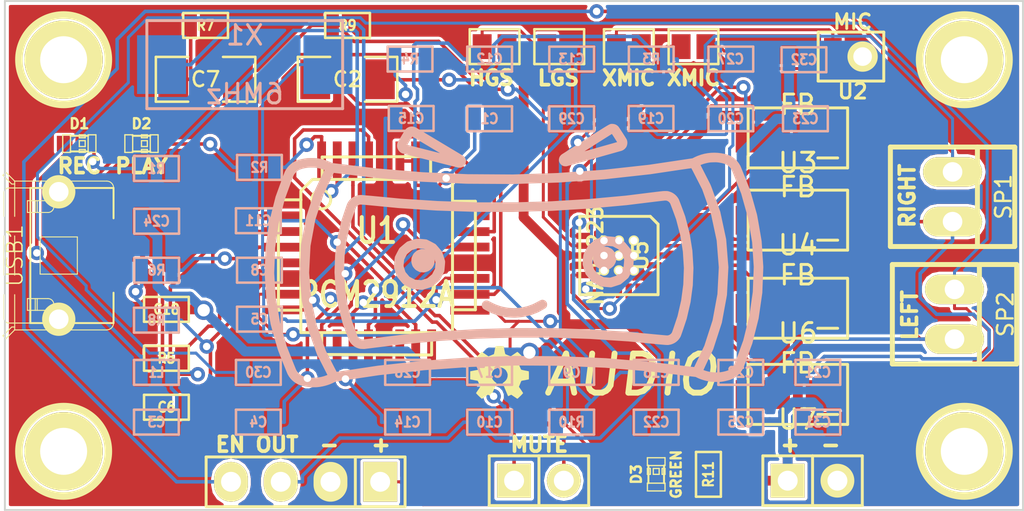
<source format=kicad_pcb>
(kicad_pcb (version 4) (host pcbnew "(2014-09-29 BZR 5155)-product")
  (layers (0 F.Cu signal) (31 B.Cu signal) (34 B.Paste user) (35 F.Paste user) (36 B.SilkS user) (37 F.SilkS user) (38 B.Mask user) (39 F.Mask user) (44 Edge.Cuts user))
  (net 0 "")
  (net 1 XGND)
  (net 2 "Net-(C1-Pad2)")
  (net 3 R_IN)
  (net 4 "Net-(C2-Pad2)")
  (net 5 "Net-(C3-Pad1)")
  (net 6 "Net-(C4-Pad2)")
  (net 7 "Net-(C5-Pad2)")
  (net 8 "Net-(C6-Pad2)")
  (net 9 L_IN)
  (net 10 "Net-(C7-Pad2)")
  (net 11 XOUT)
  (net 12 "Net-(C10-Pad1)")
  (net 13 "Net-(C11-Pad1)")
  (net 14 "Net-(C12-Pad1)")
  (net 15 "Net-(C13-Pad1)")
  (net 16 "Net-(C14-Pad1)")
  (net 17 "Net-(C15-Pad1)")
  (net 18 "Net-(C16-Pad1)")
  (net 19 +5VA)
  (net 20 "Net-(C20-Pad1)")
  (net 21 "Net-(C21-Pad1)")
  (net 22 "Net-(C22-Pad1)")
  (net 23 "Net-(C28-Pad1)")
  (net 24 "Net-(D1-Pad1)")
  (net 25 "Net-(D1-Pad2)")
  (net 26 "Net-(D2-Pad2)")
  (net 27 "Net-(P1-Pad1)")
  (net 28 "Net-(P1-Pad2)")
  (net 29 EN)
  (net 30 "Net-(R1-Pad1)")
  (net 31 "Net-(R2-Pad1)")
  (net 32 "Net-(R5-Pad1)")
  (net 33 "Net-(R5-Pad2)")
  (net 34 "Net-(R6-Pad1)")
  (net 35 "Net-(R6-Pad2)")
  (net 36 "Net-(U1-Pad14)")
  (net 37 "Net-(U4-Pad2)")
  (net 38 "Net-(U3-Pad2)")
  (net 39 "Net-(U5-Pad17)")
  (net 40 "Net-(U5-Pad15)")
  (net 41 "Net-(U5-Pad3)")
  (net 42 "Net-(U5-Pad12)")
  (net 43 "Net-(U5-Pad13)")
  (net 44 "Net-(C8-Pad1)")
  (net 45 XPWR)
  (net 46 "Net-(C19-Pad1)")
  (net 47 "Net-(C27-Pad1)")
  (net 48 "Net-(C29-Pad2)")
  (net 49 "Net-(C30-Pad1)")
  (net 50 "Net-(D3-Pad1)")
  (net 51 "Net-(JP1-Pad2)")
  (net 52 "Net-(JP2-Pad2)")
  (net 53 "Net-(JP3-Pad2)")
  (module SMD_Packages:SMD-1206 (layer F.Cu) (at 142.35 95.14 180)
    (fp_text reference C2 (at 0 0 180) (layer F.SilkS) (effects (font (size 0.762 0.762) (thickness 0.127))))
    (fp_text value 100uF hide)
    (pad 1 smd rect (at -1.651 0 180) (size 1.524 2.032) (layers F.Cu F.Paste F.Mask) (net 3 R_IN))
    (pad 2 smd rect (at 1.651 0 180) (size 1.524 2.032) (layers F.Cu F.Paste F.Mask) (net 4 "Net-(C2-Pad2)"))
  )
  (module SMD_Packages:SMD-1206 (layer F.Cu) (at 135.1 95.14 180)
    (fp_text reference C7 (at 0 0 180) (layer F.SilkS) (effects (font (size 0.762 0.762) (thickness 0.127))))
    (fp_text value 100uF hide)
    (pad 1 smd rect (at -1.651 0 180) (size 1.524 2.032) (layers F.Cu F.Paste F.Mask) (net 9 L_IN))
    (pad 2 smd rect (at 1.651 0 180) (size 1.524 2.032) (layers F.Cu F.Paste F.Mask) (net 10 "Net-(C7-Pad2)"))
  )
  (module LEDs:LED-0603 (layer F.Cu) (at 128.651 98.425)
    (fp_text reference D1 (at 0 -1.016) (layer F.SilkS) (effects (font (size 0.508 0.508) (thickness 0.127))))
    (fp_text value RED hide)
    (pad 1 smd rect (at -0.7493 0) (size 0.79756 0.79756) (layers F.Cu F.Paste F.Mask) (net 24 "Net-(D1-Pad1)"))
    (pad 2 smd rect (at 0.7493 0) (size 0.79756 0.79756) (layers F.Cu F.Paste F.Mask) (net 25 "Net-(D1-Pad2)"))
  )
  (module LEDs:LED-0603 (layer F.Cu) (at 131.826 98.425)
    (fp_text reference D2 (at 0 -1.016) (layer F.SilkS) (effects (font (size 0.508 0.508) (thickness 0.127))))
    (fp_text value GREEN hide)
    (pad 1 smd rect (at -0.7493 0) (size 0.79756 0.79756) (layers F.Cu F.Paste F.Mask) (net 24 "Net-(D1-Pad1)"))
    (pad 2 smd rect (at 0.7493 0) (size 0.79756 0.79756) (layers F.Cu F.Paste F.Mask) (net 26 "Net-(D2-Pad2)"))
  )
  (module Connect:GS2 (layer F.Cu) (at 156.718 93.472 270)
    (fp_text reference JP1 hide)
    (fp_text value JUMPER hide)
    (pad 1 smd rect (at 0 -0.635 270) (size 1.27 0.9652) (layers F.Cu F.Paste F.Mask) (net 45 XPWR))
    (pad 2 smd rect (at 0 0.635 270) (size 1.27 0.9652) (layers F.Cu F.Paste F.Mask) (net 51 "Net-(JP1-Pad2)"))
  )
  (module Connect:GS2 (layer F.Cu) (at 160.02 93.472 90)
    (fp_text reference JP2 hide)
    (fp_text value JUMPER hide)
    (pad 1 smd rect (at 0 -0.635 90) (size 1.27 0.9652) (layers F.Cu F.Paste F.Mask) (net 11 XOUT))
    (pad 2 smd rect (at 0 0.635 90) (size 1.27 0.9652) (layers F.Cu F.Paste F.Mask) (net 52 "Net-(JP2-Pad2)"))
  )
  (module Connect:GS2 (layer F.Cu) (at 149.86 93.472 270)
    (fp_text reference JP3 hide)
    (fp_text value HGS hide)
    (pad 1 smd rect (at 0 -0.635 270) (size 1.27 0.9652) (layers F.Cu F.Paste F.Mask) (net 19 +5VA))
    (pad 2 smd rect (at 0 0.635 270) (size 1.27 0.9652) (layers F.Cu F.Paste F.Mask) (net 53 "Net-(JP3-Pad2)"))
  )
  (module Connect:GS2 (layer F.Cu) (at 153.162 93.472 270)
    (fp_text reference JP4 hide)
    (fp_text value LGS hide)
    (pad 1 smd rect (at 0 -0.635 270) (size 1.27 0.9652) (layers F.Cu F.Paste F.Mask) (net 1 XGND))
    (pad 2 smd rect (at 0 0.635 270) (size 1.27 0.9652) (layers F.Cu F.Paste F.Mask) (net 53 "Net-(JP3-Pad2)"))
  )
  (module SMD_Packages:SMD-0603 (layer B.Cu) (at 132.588 110.109 180)
    (fp_text reference L1 (at 0 0 180) (layer B.SilkS) (effects (font (size 0.508 0.4572) (thickness 0.1143)) (justify mirror)))
    (fp_text value 1uH hide)
    (pad 1 smd rect (at -0.762 0 180) (size 0.635 1.143) (layers B.Cu B.Paste B.Mask) (net 5 "Net-(C3-Pad1)"))
    (pad 2 smd rect (at 0.762 0 180) (size 0.635 1.143) (layers B.Cu B.Paste B.Mask) (net 24 "Net-(D1-Pad1)"))
  )
  (module Pin_Headers:Pin_Header_Straight_2x01 (layer F.Cu) (at 152.126 115.64 270)
    (fp_text reference P1 hide)
    (fp_text value CONN_02X01 hide)
    (pad 1 thru_hole rect (at 0 1.27 270) (size 1.7272 1.7272) (drill 1.016) (layers *.Cu *.Mask F.SilkS) (net 27 "Net-(P1-Pad1)"))
    (pad 2 thru_hole oval (at 0 -1.27 270) (size 1.7272 1.7272) (drill 1.016) (layers *.Cu *.Mask F.SilkS) (net 28 "Net-(P1-Pad2)"))
  )
  (module Pin_Headers:Pin_Header_Straight_1x04 (layer F.Cu) (at 140.208 115.697 180)
    (fp_text reference P2 hide)
    (fp_text value CONN_01X04 hide)
    (pad 1 thru_hole rect (at -3.81 0 180) (size 1.7272 2.032) (drill 1.016) (layers *.Cu *.Mask F.SilkS) (net 45 XPWR))
    (pad 2 thru_hole oval (at -1.27 0 180) (size 1.7272 2.032) (drill 1.016) (layers *.Cu *.Mask F.SilkS) (net 1 XGND))
    (pad 3 thru_hole oval (at 1.27 0 180) (size 1.7272 2.032) (drill 1.016) (layers *.Cu *.Mask F.SilkS) (net 11 XOUT))
    (pad 4 thru_hole oval (at 3.81 0 180) (size 1.7272 2.032) (drill 1.016) (layers *.Cu *.Mask F.SilkS) (net 29 EN))
  )
  (module Pin_Headers:Pin_Header_Straight_2x01 (layer F.Cu) (at 166.1 115.64 270)
    (fp_text reference P3 hide)
    (fp_text value CONN_02X01 hide)
    (pad 1 thru_hole rect (at 0 1.27 270) (size 1.7272 1.7272) (drill 1.016) (layers *.Cu *.Mask F.SilkS) (net 19 +5VA))
    (pad 2 thru_hole oval (at 0 -1.27 270) (size 1.7272 1.7272) (drill 1.016) (layers *.Cu *.Mask F.SilkS) (net 1 XGND))
  )
  (module Connect:PINHEAD1-2 (layer F.Cu) (at 173.25 101.14 270)
    (fp_text reference SP1 (at 0 -2.6 270) (layer F.SilkS) (effects (font (size 0.8 0.8) (thickness 0.12))))
    (fp_text value RIGHT hide)
    (pad 1 thru_hole oval (at -1.27 0 270) (size 1.50622 3.01498) (drill 0.99822) (layers *.Cu *.Mask F.SilkS) (net 46 "Net-(C19-Pad1)"))
    (pad 2 thru_hole oval (at 1.27 0 270) (size 1.50622 3.01498) (drill 0.99822) (layers *.Cu *.Mask F.SilkS) (net 21 "Net-(C21-Pad1)"))
  )
  (module Connect:PINHEAD1-2 (layer F.Cu) (at 173.35 107.14 270)
    (fp_text reference SP2 (at 0 -2.6 270) (layer F.SilkS) (effects (font (size 0.8 0.8) (thickness 0.12))))
    (fp_text value LEFT hide)
    (pad 1 thru_hole oval (at -1.27 0 270) (size 1.50622 3.01498) (drill 0.99822) (layers *.Cu *.Mask F.SilkS) (net 49 "Net-(C30-Pad1)"))
    (pad 2 thru_hole oval (at 1.27 0 270) (size 1.50622 3.01498) (drill 0.99822) (layers *.Cu *.Mask F.SilkS) (net 23 "Net-(C28-Pad1)"))
  )
  (module SMD_Packages:TQFP-32 (layer F.Cu) (at 143.85 104.14)
    (fp_text reference U1 (at 0 -1.27) (layer F.SilkS) (effects (font (size 1.27 1.016) (thickness 0.2032))))
    (fp_text value PCM2912A (at 0 2) (layer F.SilkS) (effects (font (size 1.27 1.016) (thickness 0.2032))))
    (pad 8 smd rect (at -4.81584 2.77622) (size 1.99898 0.44958) (layers F.Cu F.Paste F.Mask) (net 18 "Net-(C16-Pad1)"))
    (pad 7 smd rect (at -4.81584 1.97612) (size 1.99898 0.44958) (layers F.Cu F.Paste F.Mask) (net 44 "Net-(C8-Pad1)"))
    (pad 6 smd rect (at -4.81584 1.17602) (size 1.99898 0.44958) (layers F.Cu F.Paste F.Mask) (net 1 XGND))
    (pad 5 smd rect (at -4.81584 0.37592) (size 1.99898 0.44958) (layers F.Cu F.Paste F.Mask) (net 8 "Net-(C6-Pad2)"))
    (pad 4 smd rect (at -4.81584 -0.42418) (size 1.99898 0.44958) (layers F.Cu F.Paste F.Mask) (net 34 "Net-(R6-Pad1)"))
    (pad 3 smd rect (at -4.81584 -1.22428) (size 1.99898 0.44958) (layers F.Cu F.Paste F.Mask) (net 32 "Net-(R5-Pad1)"))
    (pad 2 smd rect (at -4.81584 -2.02438) (size 1.99898 0.44958) (layers F.Cu F.Paste F.Mask) (net 5 "Net-(C3-Pad1)"))
    (pad 1 smd rect (at -4.81584 -2.82448) (size 1.99898 0.44958) (layers F.Cu F.Paste F.Mask) (net 1 XGND))
    (pad 24 smd rect (at 4.7498 -2.8194) (size 1.99898 0.44958) (layers F.Cu F.Paste F.Mask) (net 2 "Net-(C1-Pad2)"))
    (pad 17 smd rect (at 4.7498 2.794) (size 1.99898 0.44958) (layers F.Cu F.Paste F.Mask) (net 45 XPWR))
    (pad 18 smd rect (at 4.7498 1.9812) (size 1.99898 0.44958) (layers F.Cu F.Paste F.Mask) (net 10 "Net-(C7-Pad2)"))
    (pad 19 smd rect (at 4.7498 1.1684) (size 1.99898 0.44958) (layers F.Cu F.Paste F.Mask) (net 7 "Net-(C5-Pad2)"))
    (pad 20 smd rect (at 4.7498 0.381) (size 1.99898 0.44958) (layers F.Cu F.Paste F.Mask) (net 1 XGND))
    (pad 21 smd rect (at 4.7498 -0.4318) (size 1.99898 0.44958) (layers F.Cu F.Paste F.Mask) (net 6 "Net-(C4-Pad2)"))
    (pad 22 smd rect (at 4.7498 -1.2192) (size 1.99898 0.44958) (layers F.Cu F.Paste F.Mask) (net 4 "Net-(C2-Pad2)"))
    (pad 23 smd rect (at 4.7498 -2.032) (size 1.99898 0.44958) (layers F.Cu F.Paste F.Mask) (net 2 "Net-(C1-Pad2)"))
    (pad 32 smd rect (at -2.82448 -4.826) (size 0.44958 1.99898) (layers F.Cu F.Paste F.Mask) (net 31 "Net-(R2-Pad1)"))
    (pad 31 smd rect (at -2.02692 -4.826) (size 0.44958 1.99898) (layers F.Cu F.Paste F.Mask) (net 30 "Net-(R1-Pad1)"))
    (pad 30 smd rect (at -1.22428 -4.826) (size 0.44958 1.99898) (layers F.Cu F.Paste F.Mask) (net 28 "Net-(P1-Pad2)"))
    (pad 29 smd rect (at -0.42672 -4.826) (size 0.44958 1.99898) (layers F.Cu F.Paste F.Mask) (net 27 "Net-(P1-Pad1)"))
    (pad 28 smd rect (at 0.37592 -4.826) (size 0.44958 1.99898) (layers F.Cu F.Paste F.Mask) (net 1 XGND))
    (pad 27 smd rect (at 1.17348 -4.826) (size 0.44958 1.99898) (layers F.Cu F.Paste F.Mask) (net 2 "Net-(C1-Pad2)"))
    (pad 26 smd rect (at 1.97612 -4.826) (size 0.44958 1.99898) (layers F.Cu F.Paste F.Mask) (net 2 "Net-(C1-Pad2)"))
    (pad 25 smd rect (at 2.77368 -4.826) (size 0.44958 1.99898) (layers F.Cu F.Paste F.Mask) (net 1 XGND))
    (pad 9 smd rect (at -2.8194 4.7752) (size 0.44958 1.99898) (layers F.Cu F.Paste F.Mask) (net 17 "Net-(C15-Pad1)"))
    (pad 10 smd rect (at -2.032 4.7752) (size 0.44958 1.99898) (layers F.Cu F.Paste F.Mask) (net 16 "Net-(C14-Pad1)"))
    (pad 11 smd rect (at -1.2192 4.7752) (size 0.44958 1.99898) (layers F.Cu F.Paste F.Mask) (net 15 "Net-(C13-Pad1)"))
    (pad 12 smd rect (at -0.4318 4.7752) (size 0.44958 1.99898) (layers F.Cu F.Paste F.Mask) (net 14 "Net-(C12-Pad1)"))
    (pad 13 smd rect (at 0.3556 4.7752) (size 0.44958 1.99898) (layers F.Cu F.Paste F.Mask) (net 1 XGND))
    (pad 14 smd rect (at 1.1684 4.7752) (size 0.44958 1.99898) (layers F.Cu F.Paste F.Mask) (net 36 "Net-(U1-Pad14)"))
    (pad 15 smd rect (at 1.9812 4.7752) (size 0.44958 1.99898) (layers F.Cu F.Paste F.Mask) (net 13 "Net-(C11-Pad1)"))
    (pad 16 smd rect (at 2.794 4.7752) (size 0.44958 1.99898) (layers F.Cu F.Paste F.Mask) (net 12 "Net-(C10-Pad1)"))
  )
  (module MIC:FB-28F0121 (layer F.Cu) (at 165.35 102.34 180)
    (fp_text reference U4 (at 0 -1.27 180) (layer F.SilkS))
    (fp_text value FB (at 0 1.7 180) (layer F.SilkS))
    (pad 1 smd rect (at -1.79 0 180) (size 2.77 1.47) (layers F.Cu F.Paste F.Mask) (net 21 "Net-(C21-Pad1)"))
    (pad 2 smd rect (at 1.79 0 180) (size 2.77 1.47) (layers F.Cu F.Paste F.Mask) (net 37 "Net-(U4-Pad2)"))
  )
  (module MIC:FB-28F0121 (layer F.Cu) (at 165.35 111.24 180)
    (fp_text reference U7 (at 0 -1.27 180) (layer F.SilkS))
    (fp_text value FB (at 0 1.6 180) (layer F.SilkS))
    (pad 1 smd rect (at -1.79 0 180) (size 2.77 1.47) (layers F.Cu F.Paste F.Mask) (net 49 "Net-(C30-Pad1)"))
    (pad 2 smd rect (at 1.79 0 180) (size 2.77 1.47) (layers F.Cu F.Paste F.Mask) (net 40 "Net-(U5-Pad15)"))
  )
  (module MIC:FOX6MHZ (layer B.Cu) (at 137.1 94.39 180)
    (fp_text reference X1 (at 0 1.5 180) (layer B.SilkS) (effects (justify mirror)))
    (fp_text value 6MHz (at 0 -1.5 180) (layer B.SilkS) (effects (justify mirror)))
    (pad 1 smd rect (at -4.25 0 180) (size 2.5 3) (layers B.Cu B.Paste B.Mask) (net 44 "Net-(C8-Pad1)"))
    (pad 2 smd rect (at 4.25 0 180) (size 2.5 3) (layers B.Cu B.Paste B.Mask) (net 18 "Net-(C16-Pad1)"))
  )
  (module SMD_Packages:SMD-0603 (layer B.Cu) (at 149.606 97.155 180)
    (fp_text reference C1 (at 0 0 180) (layer B.SilkS) (effects (font (size 0.508 0.4572) (thickness 0.1143)) (justify mirror)))
    (fp_text value 1uF hide)
    (pad 1 smd rect (at -0.762 0 180) (size 0.635 1.143) (layers B.Cu B.Paste B.Mask) (net 1 XGND))
    (pad 2 smd rect (at 0.762 0 180) (size 0.635 1.143) (layers B.Cu B.Paste B.Mask) (net 2 "Net-(C1-Pad2)"))
  )
  (module SMD_Packages:SMD-0603 (layer B.Cu) (at 132.588 112.649 180)
    (fp_text reference C3 (at 0 0 180) (layer B.SilkS) (effects (font (size 0.508 0.4572) (thickness 0.1143)) (justify mirror)))
    (fp_text value 1uF hide)
    (pad 1 smd rect (at -0.762 0 180) (size 0.635 1.143) (layers B.Cu B.Paste B.Mask) (net 5 "Net-(C3-Pad1)"))
    (pad 2 smd rect (at 0.762 0 180) (size 0.635 1.143) (layers B.Cu B.Paste B.Mask) (net 1 XGND))
  )
  (module SMD_Packages:SMD-0603 (layer B.Cu) (at 137.795 112.649)
    (fp_text reference C4 (at 0 0) (layer B.SilkS) (effects (font (size 0.508 0.4572) (thickness 0.1143)) (justify mirror)))
    (fp_text value 1uF hide)
    (pad 1 smd rect (at -0.762 0) (size 0.635 1.143) (layers B.Cu B.Paste B.Mask) (net 1 XGND))
    (pad 2 smd rect (at 0.762 0) (size 0.635 1.143) (layers B.Cu B.Paste B.Mask) (net 6 "Net-(C4-Pad2)"))
  )
  (module SMD_Packages:SMD-0603 (layer B.Cu) (at 137.85 107.39)
    (fp_text reference C5 (at 0 0) (layer B.SilkS) (effects (font (size 0.508 0.4572) (thickness 0.1143)) (justify mirror)))
    (fp_text value 1uF hide)
    (pad 1 smd rect (at -0.762 0) (size 0.635 1.143) (layers B.Cu B.Paste B.Mask) (net 1 XGND))
    (pad 2 smd rect (at 0.762 0) (size 0.635 1.143) (layers B.Cu B.Paste B.Mask) (net 7 "Net-(C5-Pad2)"))
  )
  (module SMD_Packages:SMD-0603 (layer F.Cu) (at 133.1 111.89)
    (fp_text reference C6 (at 0 0) (layer F.SilkS) (effects (font (size 0.508 0.4572) (thickness 0.1143))))
    (fp_text value 1uF hide)
    (pad 1 smd rect (at -0.762 0) (size 0.635 1.143) (layers F.Cu F.Paste F.Mask) (net 1 XGND))
    (pad 2 smd rect (at 0.762 0) (size 0.635 1.143) (layers F.Cu F.Paste F.Mask) (net 8 "Net-(C6-Pad2)"))
  )
  (module SMD_Packages:SMD-0603 (layer B.Cu) (at 137.85 104.89 180)
    (fp_text reference C8 (at 0 0 360) (layer B.SilkS) (effects (font (size 0.508 0.4572) (thickness 0.1143)) (justify mirror)))
    (fp_text value 22pF hide)
    (pad 1 smd rect (at -0.762 0 180) (size 0.635 1.143) (layers B.Cu B.Paste B.Mask) (net 44 "Net-(C8-Pad1)"))
    (pad 2 smd rect (at 0.762 0 180) (size 0.635 1.143) (layers B.Cu B.Paste B.Mask) (net 1 XGND))
  )
  (module SMD_Packages:SMD-0603 (layer B.Cu) (at 153.797 110.109 180)
    (fp_text reference C9 (at 0 0 180) (layer B.SilkS) (effects (font (size 0.508 0.4572) (thickness 0.1143)) (justify mirror)))
    (fp_text value 0.1uF hide)
    (pad 1 smd rect (at -0.762 0 180) (size 0.635 1.143) (layers B.Cu B.Paste B.Mask) (net 45 XPWR))
    (pad 2 smd rect (at 0.762 0 180) (size 0.635 1.143) (layers B.Cu B.Paste B.Mask) (net 1 XGND))
  )
  (module SMD_Packages:SMD-0603 (layer B.Cu) (at 149.606 112.649 180)
    (fp_text reference C10 (at 0 0 180) (layer B.SilkS) (effects (font (size 0.508 0.4572) (thickness 0.1143)) (justify mirror)))
    (fp_text value 2.2uF hide)
    (pad 1 smd rect (at -0.762 0 180) (size 0.635 1.143) (layers B.Cu B.Paste B.Mask) (net 12 "Net-(C10-Pad1)"))
    (pad 2 smd rect (at 0.762 0 180) (size 0.635 1.143) (layers B.Cu B.Paste B.Mask) (net 11 XOUT))
  )
  (module SMD_Packages:SMD-0603 (layer B.Cu) (at 137.795 102.362 180)
    (fp_text reference C11 (at 0 0 180) (layer B.SilkS) (effects (font (size 0.508 0.4572) (thickness 0.1143)) (justify mirror)))
    (fp_text value 1uF hide)
    (pad 1 smd rect (at -0.762 0 180) (size 0.635 1.143) (layers B.Cu B.Paste B.Mask) (net 13 "Net-(C11-Pad1)"))
    (pad 2 smd rect (at 0.762 0 180) (size 0.635 1.143) (layers B.Cu B.Paste B.Mask) (net 1 XGND))
  )
  (module SMD_Packages:SMD-0603 (layer B.Cu) (at 149.606 94.107)
    (fp_text reference C12 (at 0 0) (layer B.SilkS) (effects (font (size 0.508 0.4572) (thickness 0.1143)) (justify mirror)))
    (fp_text value 0.1uF hide)
    (pad 1 smd rect (at -0.762 0) (size 0.635 1.143) (layers B.Cu B.Paste B.Mask) (net 14 "Net-(C12-Pad1)"))
    (pad 2 smd rect (at 0.762 0) (size 0.635 1.143) (layers B.Cu B.Paste B.Mask) (net 1 XGND))
  )
  (module SMD_Packages:SMD-0603 (layer B.Cu) (at 153.797 94.107 180)
    (fp_text reference C13 (at 0 0 180) (layer B.SilkS) (effects (font (size 0.508 0.4572) (thickness 0.1143)) (justify mirror)))
    (fp_text value 3u3 hide)
    (pad 1 smd rect (at -0.762 0 180) (size 0.635 1.143) (layers B.Cu B.Paste B.Mask) (net 15 "Net-(C13-Pad1)"))
    (pad 2 smd rect (at 0.762 0 180) (size 0.635 1.143) (layers B.Cu B.Paste B.Mask) (net 1 XGND))
  )
  (module SMD_Packages:SMD-0603 (layer B.Cu) (at 145.415 112.649)
    (fp_text reference C14 (at 0 0) (layer B.SilkS) (effects (font (size 0.508 0.4572) (thickness 0.1143)) (justify mirror)))
    (fp_text value 100pF hide)
    (pad 1 smd rect (at -0.762 0) (size 0.635 1.143) (layers B.Cu B.Paste B.Mask) (net 16 "Net-(C14-Pad1)"))
    (pad 2 smd rect (at 0.762 0) (size 0.635 1.143) (layers B.Cu B.Paste B.Mask) (net 1 XGND))
  )
  (module SMD_Packages:SMD-0603 (layer B.Cu) (at 145.6 97.14)
    (fp_text reference C15 (at 0 0) (layer B.SilkS) (effects (font (size 0.508 0.4572) (thickness 0.1143)) (justify mirror)))
    (fp_text value 100pF hide)
    (pad 1 smd rect (at -0.762 0) (size 0.635 1.143) (layers B.Cu B.Paste B.Mask) (net 17 "Net-(C15-Pad1)"))
    (pad 2 smd rect (at 0.762 0) (size 0.635 1.143) (layers B.Cu B.Paste B.Mask) (net 1 XGND))
  )
  (module SMD_Packages:SMD-0603 (layer B.Cu) (at 158.115 110.109)
    (fp_text reference C16 (at 0 0) (layer B.SilkS) (effects (font (size 0.508 0.4572) (thickness 0.1143)) (justify mirror)))
    (fp_text value 22pF hide)
    (pad 1 smd rect (at -0.762 0) (size 0.635 1.143) (layers B.Cu B.Paste B.Mask) (net 18 "Net-(C16-Pad1)"))
    (pad 2 smd rect (at 0.762 0) (size 0.635 1.143) (layers B.Cu B.Paste B.Mask) (net 1 XGND))
  )
  (module SMD_Packages:SMD-0603 (layer B.Cu) (at 149.606 110.109)
    (fp_text reference C17 (at 0 0) (layer B.SilkS) (effects (font (size 0.508 0.4572) (thickness 0.1143)) (justify mirror)))
    (fp_text value 0.1uF hide)
    (pad 1 smd rect (at -0.762 0) (size 0.635 1.143) (layers B.Cu B.Paste B.Mask) (net 19 +5VA))
    (pad 2 smd rect (at 0.762 0) (size 0.635 1.143) (layers B.Cu B.Paste B.Mask) (net 1 XGND))
  )
  (module SMD_Packages:SMD-0603 (layer F.Cu) (at 133.1 106.89 180)
    (fp_text reference C18 (at 0 0 180) (layer F.SilkS) (effects (font (size 0.508 0.4572) (thickness 0.1143))))
    (fp_text value 10uF hide)
    (pad 1 smd rect (at -0.762 0 180) (size 0.635 1.143) (layers F.Cu F.Paste F.Mask) (net 19 +5VA))
    (pad 2 smd rect (at 0.762 0 180) (size 0.635 1.143) (layers F.Cu F.Paste F.Mask) (net 1 XGND))
  )
  (module SMD_Packages:SMD-0603 (layer B.Cu) (at 157.85 97.14)
    (fp_text reference C19 (at 0 0) (layer B.SilkS) (effects (font (size 0.508 0.4572) (thickness 0.1143)) (justify mirror)))
    (fp_text value 1nF hide)
    (pad 1 smd rect (at -0.762 0) (size 0.635 1.143) (layers B.Cu B.Paste B.Mask) (net 46 "Net-(C19-Pad1)"))
    (pad 2 smd rect (at 0.762 0) (size 0.635 1.143) (layers B.Cu B.Paste B.Mask) (net 1 XGND))
  )
  (module SMD_Packages:SMD-0603 (layer B.Cu) (at 161.925 97.155 180)
    (fp_text reference C20 (at 0 0 180) (layer B.SilkS) (effects (font (size 0.508 0.4572) (thickness 0.1143)) (justify mirror)))
    (fp_text value 0.47uF hide)
    (pad 1 smd rect (at -0.762 0 180) (size 0.635 1.143) (layers B.Cu B.Paste B.Mask) (net 20 "Net-(C20-Pad1)"))
    (pad 2 smd rect (at 0.762 0 180) (size 0.635 1.143) (layers B.Cu B.Paste B.Mask) (net 3 R_IN))
  )
  (module SMD_Packages:SMD-0603 (layer B.Cu) (at 166.37 110.109)
    (fp_text reference C21 (at 0 0) (layer B.SilkS) (effects (font (size 0.508 0.4572) (thickness 0.1143)) (justify mirror)))
    (fp_text value 1nF hide)
    (pad 1 smd rect (at -0.762 0) (size 0.635 1.143) (layers B.Cu B.Paste B.Mask) (net 21 "Net-(C21-Pad1)"))
    (pad 2 smd rect (at 0.762 0) (size 0.635 1.143) (layers B.Cu B.Paste B.Mask) (net 1 XGND))
  )
  (module SMD_Packages:SMD-0603 (layer B.Cu) (at 158.115 112.649)
    (fp_text reference C22 (at 0 0) (layer B.SilkS) (effects (font (size 0.508 0.4572) (thickness 0.1143)) (justify mirror)))
    (fp_text value 0.47uF hide)
    (pad 1 smd rect (at -0.762 0) (size 0.635 1.143) (layers B.Cu B.Paste B.Mask) (net 22 "Net-(C22-Pad1)"))
    (pad 2 smd rect (at 0.762 0) (size 0.635 1.143) (layers B.Cu B.Paste B.Mask) (net 1 XGND))
  )
  (module SMD_Packages:SMD-0603 (layer B.Cu) (at 165.735 97.155)
    (fp_text reference C23 (at 0 0) (layer B.SilkS) (effects (font (size 0.508 0.4572) (thickness 0.1143)) (justify mirror)))
    (fp_text value 10uF hide)
    (pad 1 smd rect (at -0.762 0) (size 0.635 1.143) (layers B.Cu B.Paste B.Mask) (net 19 +5VA))
    (pad 2 smd rect (at 0.762 0) (size 0.635 1.143) (layers B.Cu B.Paste B.Mask) (net 1 XGND))
  )
  (module SMD_Packages:SMD-0603 (layer B.Cu) (at 132.6 102.39)
    (fp_text reference C24 (at 0 0) (layer B.SilkS) (effects (font (size 0.508 0.4572) (thickness 0.1143)) (justify mirror)))
    (fp_text value 0.1uF hide)
    (pad 1 smd rect (at -0.762 0) (size 0.635 1.143) (layers B.Cu B.Paste B.Mask) (net 19 +5VA))
    (pad 2 smd rect (at 0.762 0) (size 0.635 1.143) (layers B.Cu B.Paste B.Mask) (net 1 XGND))
  )
  (module SMD_Packages:SMD-0603 (layer B.Cu) (at 162.433 112.649 180)
    (fp_text reference C25 (at 0 0 180) (layer B.SilkS) (effects (font (size 0.508 0.4572) (thickness 0.1143)) (justify mirror)))
    (fp_text value 0.1uF hide)
    (pad 1 smd rect (at -0.762 0 180) (size 0.635 1.143) (layers B.Cu B.Paste B.Mask) (net 19 +5VA))
    (pad 2 smd rect (at 0.762 0 180) (size 0.635 1.143) (layers B.Cu B.Paste B.Mask) (net 1 XGND))
  )
  (module SMD_Packages:SMD-0603 (layer B.Cu) (at 145.415 110.109 180)
    (fp_text reference C26 (at 0 0 180) (layer B.SilkS) (effects (font (size 0.508 0.4572) (thickness 0.1143)) (justify mirror)))
    (fp_text value 10uF hide)
    (pad 1 smd rect (at -0.762 0 180) (size 0.635 1.143) (layers B.Cu B.Paste B.Mask) (net 19 +5VA))
    (pad 2 smd rect (at 0.762 0 180) (size 0.635 1.143) (layers B.Cu B.Paste B.Mask) (net 1 XGND))
  )
  (module SMD_Packages:SMD-0603 (layer B.Cu) (at 161.925 94.107)
    (fp_text reference C27 (at 0 0) (layer B.SilkS) (effects (font (size 0.508 0.4572) (thickness 0.1143)) (justify mirror)))
    (fp_text value 0.47uF hide)
    (pad 1 smd rect (at -0.762 0) (size 0.635 1.143) (layers B.Cu B.Paste B.Mask) (net 47 "Net-(C27-Pad1)"))
    (pad 2 smd rect (at 0.762 0) (size 0.635 1.143) (layers B.Cu B.Paste B.Mask) (net 1 XGND))
  )
  (module SMD_Packages:SMD-0603 (layer B.Cu) (at 162.433 110.109 180)
    (fp_text reference C28 (at 0 0 180) (layer B.SilkS) (effects (font (size 0.508 0.4572) (thickness 0.1143)) (justify mirror)))
    (fp_text value 1nF hide)
    (pad 1 smd rect (at -0.762 0 180) (size 0.635 1.143) (layers B.Cu B.Paste B.Mask) (net 23 "Net-(C28-Pad1)"))
    (pad 2 smd rect (at 0.762 0 180) (size 0.635 1.143) (layers B.Cu B.Paste B.Mask) (net 1 XGND))
  )
  (module SMD_Packages:SMD-0603 (layer B.Cu) (at 153.797 97.155)
    (fp_text reference C29 (at 0 0) (layer B.SilkS) (effects (font (size 0.508 0.4572) (thickness 0.1143)) (justify mirror)))
    (fp_text value 0.47uF hide)
    (pad 1 smd rect (at -0.762 0) (size 0.635 1.143) (layers B.Cu B.Paste B.Mask) (net 9 L_IN))
    (pad 2 smd rect (at 0.762 0) (size 0.635 1.143) (layers B.Cu B.Paste B.Mask) (net 48 "Net-(C29-Pad2)"))
  )
  (module SMD_Packages:SMD-0603 (layer B.Cu) (at 137.795 110.109)
    (fp_text reference C30 (at 0 0) (layer B.SilkS) (effects (font (size 0.508 0.4572) (thickness 0.1143)) (justify mirror)))
    (fp_text value 1nF hide)
    (pad 1 smd rect (at -0.762 0) (size 0.635 1.143) (layers B.Cu B.Paste B.Mask) (net 49 "Net-(C30-Pad1)"))
    (pad 2 smd rect (at 0.762 0) (size 0.635 1.143) (layers B.Cu B.Paste B.Mask) (net 1 XGND))
  )
  (module SMD_Packages:SMD-0603 (layer B.Cu) (at 166.37 112.649 180)
    (fp_text reference C31 (at 0 0 180) (layer B.SilkS) (effects (font (size 0.508 0.4572) (thickness 0.1143)) (justify mirror)))
    (fp_text value 0.1uF hide)
    (pad 1 smd rect (at -0.762 0 180) (size 0.635 1.143) (layers B.Cu B.Paste B.Mask) (net 19 +5VA))
    (pad 2 smd rect (at 0.762 0 180) (size 0.635 1.143) (layers B.Cu B.Paste B.Mask) (net 1 XGND))
  )
  (module SMD_Packages:SMD-0603 (layer B.Cu) (at 165.66 94.14)
    (fp_text reference C32 (at 0 0) (layer B.SilkS) (effects (font (size 0.508 0.4572) (thickness 0.1143)) (justify mirror)))
    (fp_text value 10uF hide)
    (pad 1 smd rect (at -0.762 0) (size 0.635 1.143) (layers B.Cu B.Paste B.Mask) (net 19 +5VA))
    (pad 2 smd rect (at 0.762 0) (size 0.635 1.143) (layers B.Cu B.Paste B.Mask) (net 1 XGND))
  )
  (module SMD_Packages:SMD-0603 (layer B.Cu) (at 132.588 99.695 180)
    (fp_text reference R1 (at 0 0 180) (layer B.SilkS) (effects (font (size 0.508 0.4572) (thickness 0.1143)) (justify mirror)))
    (fp_text value 1K5 hide)
    (pad 1 smd rect (at -0.762 0 180) (size 0.635 1.143) (layers B.Cu B.Paste B.Mask) (net 30 "Net-(R1-Pad1)"))
    (pad 2 smd rect (at 0.762 0 180) (size 0.635 1.143) (layers B.Cu B.Paste B.Mask) (net 25 "Net-(D1-Pad2)"))
  )
  (module SMD_Packages:SMD-0603 (layer B.Cu) (at 137.85 99.64 180)
    (fp_text reference R2 (at 0 0 180) (layer B.SilkS) (effects (font (size 0.508 0.4572) (thickness 0.1143)) (justify mirror)))
    (fp_text value 1K5 hide)
    (pad 1 smd rect (at -0.762 0 180) (size 0.635 1.143) (layers B.Cu B.Paste B.Mask) (net 31 "Net-(R2-Pad1)"))
    (pad 2 smd rect (at 0.762 0 180) (size 0.635 1.143) (layers B.Cu B.Paste B.Mask) (net 26 "Net-(D2-Pad2)"))
  )
  (module SMD_Packages:SMD-0603 (layer B.Cu) (at 157.861 94.107)
    (fp_text reference R3 (at 0 0) (layer B.SilkS) (effects (font (size 0.508 0.4572) (thickness 0.1143)) (justify mirror)))
    (fp_text value 3K3 hide)
    (pad 1 smd rect (at -0.762 0) (size 0.635 1.143) (layers B.Cu B.Paste B.Mask) (net 1 XGND))
    (pad 2 smd rect (at 0.762 0) (size 0.635 1.143) (layers B.Cu B.Paste B.Mask) (net 3 R_IN))
  )
  (module SMD_Packages:SMD-0603 (layer B.Cu) (at 145.542 94.107 180)
    (fp_text reference R4 (at 0 0 180) (layer B.SilkS) (effects (font (size 0.508 0.4572) (thickness 0.1143)) (justify mirror)))
    (fp_text value 3K3 hide)
    (pad 1 smd rect (at -0.762 0 180) (size 0.635 1.143) (layers B.Cu B.Paste B.Mask) (net 1 XGND))
    (pad 2 smd rect (at 0.762 0 180) (size 0.635 1.143) (layers B.Cu B.Paste B.Mask) (net 4 "Net-(C2-Pad2)"))
  )
  (module SMD_Packages:SMD-0603 (layer F.Cu) (at 133.1 109.39 180)
    (fp_text reference R5 (at 0 0 180) (layer F.SilkS) (effects (font (size 0.508 0.4572) (thickness 0.1143))))
    (fp_text value 30R hide)
    (pad 1 smd rect (at -0.762 0 180) (size 0.635 1.143) (layers F.Cu F.Paste F.Mask) (net 32 "Net-(R5-Pad1)"))
    (pad 2 smd rect (at 0.762 0 180) (size 0.635 1.143) (layers F.Cu F.Paste F.Mask) (net 33 "Net-(R5-Pad2)"))
  )
  (module SMD_Packages:SMD-0603 (layer B.Cu) (at 132.6 104.89 180)
    (fp_text reference R6 (at 0 0 180) (layer B.SilkS) (effects (font (size 0.508 0.4572) (thickness 0.1143)) (justify mirror)))
    (fp_text value 30R hide)
    (pad 1 smd rect (at -0.762 0 180) (size 0.635 1.143) (layers B.Cu B.Paste B.Mask) (net 34 "Net-(R6-Pad1)"))
    (pad 2 smd rect (at 0.762 0 180) (size 0.635 1.143) (layers B.Cu B.Paste B.Mask) (net 35 "Net-(R6-Pad2)"))
  )
  (module SMD_Packages:SMD-0603 (layer F.Cu) (at 135.1 92.39)
    (fp_text reference R7 (at 0 0) (layer F.SilkS) (effects (font (size 0.508 0.4572) (thickness 0.1143))))
    (fp_text value 3K3 hide)
    (pad 1 smd rect (at -0.762 0) (size 0.635 1.143) (layers F.Cu F.Paste F.Mask) (net 10 "Net-(C7-Pad2)"))
    (pad 2 smd rect (at 0.762 0) (size 0.635 1.143) (layers F.Cu F.Paste F.Mask) (net 1 XGND))
  )
  (module SMD_Packages:SMD-0603 (layer B.Cu) (at 132.588 107.442 180)
    (fp_text reference R8 (at 0 0 180) (layer B.SilkS) (effects (font (size 0.508 0.4572) (thickness 0.1143)) (justify mirror)))
    (fp_text value 1K5 hide)
    (pad 1 smd rect (at -0.762 0 180) (size 0.635 1.143) (layers B.Cu B.Paste B.Mask) (net 8 "Net-(C6-Pad2)"))
    (pad 2 smd rect (at 0.762 0 180) (size 0.635 1.143) (layers B.Cu B.Paste B.Mask) (net 35 "Net-(R6-Pad2)"))
  )
  (module SMD_Packages:SMD-0603 (layer F.Cu) (at 142.35 92.39)
    (fp_text reference R9 (at 0 0) (layer F.SilkS) (effects (font (size 0.508 0.4572) (thickness 0.1143))))
    (fp_text value 3K3 hide)
    (pad 1 smd rect (at -0.762 0) (size 0.635 1.143) (layers F.Cu F.Paste F.Mask) (net 9 L_IN))
    (pad 2 smd rect (at 0.762 0) (size 0.635 1.143) (layers F.Cu F.Paste F.Mask) (net 1 XGND))
  )
  (module SMD_Packages:SMD-0603 (layer B.Cu) (at 153.797 112.649 180)
    (fp_text reference R10 (at 0 0 180) (layer B.SilkS) (effects (font (size 0.508 0.4572) (thickness 0.1143)) (justify mirror)))
    (fp_text value 1M hide)
    (pad 1 smd rect (at -0.762 0 180) (size 0.635 1.143) (layers B.Cu B.Paste B.Mask) (net 18 "Net-(C16-Pad1)"))
    (pad 2 smd rect (at 0.762 0 180) (size 0.635 1.143) (layers B.Cu B.Paste B.Mask) (net 44 "Net-(C8-Pad1)"))
  )
  (module SMD_Packages:SMD-0603 (layer F.Cu) (at 160.782 115.316 270)
    (fp_text reference R11 (at 0 0 270) (layer F.SilkS) (effects (font (size 0.508 0.4572) (thickness 0.1143))))
    (fp_text value 510R hide)
    (pad 1 smd rect (at -0.762 0 270) (size 0.635 1.143) (layers F.Cu F.Paste F.Mask) (net 50 "Net-(D3-Pad1)"))
    (pad 2 smd rect (at 0.762 0 270) (size 0.635 1.143) (layers F.Cu F.Paste F.Mask) (net 19 +5VA))
  )
  (module MIC:FB-28F0121 (layer F.Cu) (at 165.35 98.14 180)
    (fp_text reference U3 (at 0 -1.27 180) (layer F.SilkS))
    (fp_text value FB (at 0 1.7 180) (layer F.SilkS))
    (pad 1 smd rect (at -1.79 0 180) (size 2.77 1.47) (layers F.Cu F.Paste F.Mask) (net 46 "Net-(C19-Pad1)"))
    (pad 2 smd rect (at 1.79 0 180) (size 2.77 1.47) (layers F.Cu F.Paste F.Mask) (net 38 "Net-(U3-Pad2)"))
  )
  (module MIC:FB-28F0121 (layer F.Cu) (at 165.35 106.84 180)
    (fp_text reference U6 (at 0 -1.27 180) (layer F.SilkS))
    (fp_text value FB (at 0 1.7 180) (layer F.SilkS))
    (pad 1 smd rect (at -1.79 0 180) (size 2.77 1.47) (layers F.Cu F.Paste F.Mask) (net 23 "Net-(C28-Pad1)"))
    (pad 2 smd rect (at 1.79 0 180) (size 2.77 1.47) (layers F.Cu F.Paste F.Mask) (net 39 "Net-(U5-Pad17)"))
  )
  (module MIC:QFN20 (layer F.Cu) (at 156.21 104.14 270)
    (fp_text reference U5 (at 0 -1.1 270) (layer F.SilkS) (effects (font (size 0.75 0.75))))
    (fp_text value NAU8223 (at 0 1.2 270) (layer F.SilkS) (effects (font (size 0.75 0.75))))
    (pad 1 connect rect (at -1.8 -1 270) (size 0.75 0.32) (layers F.Cu F.Mask) (net 38 "Net-(U3-Pad2)"))
    (pad 2 connect rect (at -1.8 -0.5 270) (size 0.75 0.32) (layers F.Cu F.Mask) (net 19 +5VA))
    (pad 3 connect rect (at -1.8 0 270) (size 0.75 0.32) (layers F.Cu F.Mask) (net 41 "Net-(U5-Pad3)"))
    (pad 4 connect rect (at -1.8 0.5 270) (size 0.75 0.32) (layers F.Cu F.Mask) (net 29 EN))
    (pad 5 connect rect (at -1.8 1 270) (size 0.75 0.32) (layers F.Cu F.Mask) (net 20 "Net-(C20-Pad1)"))
    (pad 6 connect rect (at -1 1.8 270) (size 0.32 0.75) (layers F.Cu F.Mask) (net 22 "Net-(C22-Pad1)"))
    (pad 7 connect rect (at -0.5 1.8 270) (size 0.32 0.75) (layers F.Cu F.Mask) (net 53 "Net-(JP3-Pad2)"))
    (pad 8 connect rect (at 0 1.8 270) (size 0.32 0.75) (layers F.Cu F.Mask) (net 19 +5VA))
    (pad 9 connect rect (at 0.5 1.8 270) (size 0.32 0.75) (layers F.Cu F.Mask) (net 1 XGND))
    (pad 10 connect rect (at 1 1.8 270) (size 0.32 0.75) (layers F.Cu F.Mask) (net 47 "Net-(C27-Pad1)"))
    (pad 11 connect rect (at 1.8 1 270) (size 0.75 0.32) (layers F.Cu F.Mask) (net 48 "Net-(C29-Pad2)"))
    (pad 12 connect rect (at 1.8 0.5 270) (size 0.75 0.32) (layers F.Cu F.Mask) (net 42 "Net-(U5-Pad12)"))
    (pad 13 connect rect (at 1.8 0 270) (size 0.75 0.32) (layers F.Cu F.Mask) (net 43 "Net-(U5-Pad13)"))
    (pad 14 connect rect (at 1.8 -0.5 270) (size 0.75 0.32) (layers F.Cu F.Mask) (net 19 +5VA))
    (pad 15 connect rect (at 1.8 -1 270) (size 0.75 0.32) (layers F.Cu F.Mask) (net 40 "Net-(U5-Pad15)"))
    (pad 16 connect rect (at 1 -1.8 270) (size 0.32 0.75) (layers F.Cu F.Mask) (net 1 XGND))
    (pad 17 connect rect (at 0.5 -1.8 270) (size 0.32 0.75) (layers F.Cu F.Mask) (net 39 "Net-(U5-Pad17)"))
    (pad 18 connect rect (at 0 -1.8 270) (size 0.32 0.75) (layers F.Cu F.Mask) (net 19 +5VA))
    (pad 19 connect rect (at -0.5 -1.8 270) (size 0.32 0.75) (layers F.Cu F.Mask) (net 37 "Net-(U4-Pad2)"))
    (pad 20 connect rect (at -1 -1.8 270) (size 0.32 0.75) (layers F.Cu F.Mask) (net 1 XGND))
    (pad 21 connect rect (at 0 0 270) (size 2 2) (layers F.Cu F.Mask) (net 1 XGND))
    (pad 21 thru_hole circle (at 0 -0.762 270) (size 0.5334 0.5334) (drill 0.381) (layers *.Cu *.Mask F.SilkS) (net 1 XGND))
    (pad 21 thru_hole circle (at 0 0.762 270) (size 0.5334 0.5334) (drill 0.381) (layers *.Cu *.Mask F.SilkS) (net 1 XGND))
    (pad 21 thru_hole circle (at 0.762 0 270) (size 0.5334 0.5334) (drill 0.381) (layers *.Cu *.Mask F.SilkS) (net 1 XGND))
    (pad 21 thru_hole circle (at -0.762 0 270) (size 0.5334 0.5334) (drill 0.381) (layers *.Cu *.Mask F.SilkS) (net 1 XGND))
    (pad 21 thru_hole circle (at 0.762 0.762 270) (size 0.5334 0.5334) (drill 0.381) (layers *.Cu *.Mask F.SilkS) (net 1 XGND))
    (pad 21 thru_hole circle (at 0.762 -0.762 270) (size 0.5334 0.5334) (drill 0.381) (layers *.Cu *.Mask F.SilkS) (net 1 XGND))
    (pad 21 thru_hole circle (at -0.762 -0.762 270) (size 0.5334 0.5334) (drill 0.381) (layers *.Cu *.Mask F.SilkS) (net 1 XGND))
    (pad 21 thru_hole circle (at 0 0 270) (size 0.5334 0.5334) (drill 0.381) (layers *.Cu *.Mask F.SilkS) (net 1 XGND))
    (pad 21 thru_hole circle (at -0.762 0.762 270) (size 0.5334 0.5334) (drill 0.381) (layers *.Cu *.Mask F.SilkS) (net 1 XGND))
  )
  (module MIC:MIC (layer F.Cu) (at 168.656 93.98 180)
    (fp_text reference U2 (at 0.508 -1.778 180) (layer F.SilkS) (effects (font (size 0.75 0.75))))
    (fp_text value MIC (at 0.508 1.778 180) (layer F.SilkS) (effects (font (size 0.75 0.75))))
    (pad 1 smd rect (at 1.52 -0.61 180) (size 0.9 0.68) (layers F.Cu F.Paste F.Mask) (net 52 "Net-(JP2-Pad2)"))
    (pad 2 thru_hole circle (at 0 0 180) (size 1.55 1.55) (drill 0.95) (layers *.Cu *.Mask F.SilkS) (net 1 XGND))
    (pad 3 smd rect (at 1.52 0.61 180) (size 0.9 0.68) (layers F.Cu F.Paste F.Mask) (net 51 "Net-(JP1-Pad2)"))
  )
  (module LEDs:LED-0603 (layer F.Cu) (at 158.115 115.316 90)
    (fp_text reference D3 (at 0 -1.016 90) (layer F.SilkS) (effects (font (size 0.508 0.508) (thickness 0.127))))
    (fp_text value GREEN (at 0 1.016 90) (layer F.SilkS) (effects (font (size 0.508 0.508) (thickness 0.127))))
    (pad 1 smd rect (at -0.7493 0 90) (size 0.79756 0.79756) (layers F.Cu F.Paste F.Mask) (net 50 "Net-(D3-Pad1)"))
    (pad 2 smd rect (at 0.7493 0 90) (size 0.79756 0.79756) (layers F.Cu F.Paste F.Mask) (net 1 XGND))
  )
  (module AB2USB:AB2_USB_MICRO_SMD (layer F.Cu) (at 124.85 104.14 270)
    (fp_text reference USB1 (at 0 -0.5 270) (layer F.SilkS) (effects (font (size 0.8128 0.8128) (thickness 0.0762))))
    (fp_text value AB2_USB hide)
    (pad 1 smd rect (at -1.3 -5.425 270) (size 0.4 1.35) (layers F.Cu F.Paste F.Mask) (net 24 "Net-(D1-Pad1)"))
    (pad 2 smd rect (at -0.65 -5.425 270) (size 0.4 1.35) (layers F.Cu F.Paste F.Mask) (net 33 "Net-(R5-Pad2)"))
    (pad 3 smd rect (at 0 -5.425 270) (size 0.4 1.35) (layers F.Cu F.Paste F.Mask) (net 35 "Net-(R6-Pad2)"))
    (pad 4 smd rect (at 0.65 -5.425 270) (size 0.4 1.35) (layers F.Cu F.Paste F.Mask) (net 1 XGND))
    (pad 5 smd rect (at 1.3 -5.425 270) (size 0.4 1.35) (layers F.Cu F.Paste F.Mask) (net 1 XGND))
    (pad 6 thru_hole circle (at -3.255 -2.75 270) (size 1.7 1.7) (drill 1) (layers *.Cu *.Mask F.SilkS) (net 1 XGND))
    (pad 6 thru_hole circle (at 3.255 -2.75 270) (size 1.7 1.7) (drill 1) (layers *.Cu *.Mask F.SilkS) (net 1 XGND))
  )
  (module Connect:1pin (layer F.Cu) (at 127.85 94.14)
    (fp_text reference PIN4 hide)
    (fp_text value PIN1 hide)
    (pad ~ thru_hole circle (at 0 0) (size 4 4) (drill 2.4) (layers *.Cu *.Mask F.SilkS))
  )
  (module Connect:1pin (layer F.Cu) (at 127.85 114.14)
    (fp_text reference PIN3 hide)
    (fp_text value PIN1 hide)
    (pad "" thru_hole circle (at 0 0) (size 4 4) (drill 2.4) (layers *.Cu *.Mask F.SilkS))
  )
  (module Connect:1pin (layer F.Cu) (at 173.85 94.14)
    (fp_text reference PIN2 hide)
    (fp_text value PIN1 hide)
    (pad ~ thru_hole circle (at 0 0) (size 4 4) (drill 2.4) (layers *.Cu *.Mask F.SilkS))
  )
  (module Connect:1pin (layer F.Cu) (at 173.85 114.14)
    (fp_text reference PIN1 hide)
    (fp_text value PIN1 hide)
    (pad ~ thru_hole circle (at 0 0) (size 4 4) (drill 2.4) (layers *.Cu *.Mask F.SilkS))
  )
  (module MIC:logo (layer B.Cu) (at 150.85 104.14 180)
    (fp_text reference G*** hide)
    (fp_text value LOGO hide)
  )
  (module MIC:OSLOGO (layer F.Cu) (at 150.114 110.109)
    (fp_text reference G*** hide)
    (fp_text value LOGO hide)
  )
  (gr_text XMIC (at 156.713 95.076) (layer F.SilkS) (effects (font (size 0.75 0.75) (thickness 0.1875))))
  (gr_text "AUDIO\n" (at 156.845 110.236) (layer F.SilkS) (effects (font (size 2 2) (thickness 0.3) italic)))
  (gr_text LEFT (at 171.069 107.188 90) (layer F.SilkS) (effects (font (size 0.75 0.75) (thickness 0.1875))))
  (gr_text RIGHT (at 170.942 101.092 90) (layer F.SilkS) (effects (font (size 0.75 0.75) (thickness 0.1875))))
  (gr_text PLAY (at 131.826 99.568) (layer F.SilkS) (effects (font (size 0.75 0.75) (thickness 0.1875))))
  (gr_text REC (at 128.651 99.568) (layer F.SilkS) (effects (font (size 0.75 0.75) (thickness 0.1875))))
  (gr_text XMIC (at 160.015 95.076) (layer F.SilkS) (effects (font (size 0.75 0.75) (thickness 0.1875))))
  (gr_text LGS (at 153.119 95.076) (layer F.SilkS) (effects (font (size 0.75 0.75) (thickness 0.1875))))
  (gr_text HGS (at 149.69 95.076) (layer F.SilkS) (effects (font (size 0.75 0.75) (thickness 0.1875))))
  (gr_text "+  -" (at 165.989 113.792) (layer F.SilkS) (effects (font (size 0.75 0.75) (thickness 0.1875))))
  (gr_text "EN OUT  -   +" (at 140.081 113.792) (layer F.SilkS) (effects (font (size 0.75 0.75) (thickness 0.1875))))
  (gr_text MUTE (at 152.146 113.792) (layer F.SilkS) (effects (font (size 0.75 0.75) (thickness 0.1875))))
  (gr_line (start 176.85 91.14) (end 124.85 91.14) (angle 90) (layer Edge.Cuts) (width 0.1))
  (gr_line (start 176.85 117.14) (end 176.85 91.14) (angle 90) (layer Edge.Cuts) (width 0.1))
  (gr_line (start 124.85 117.14) (end 176.85 117.14) (angle 90) (layer Edge.Cuts) (width 0.1))
  (gr_line (start 124.85 91.14) (end 124.85 117.14) (angle 90) (layer Edge.Cuts) (width 0.1))
  (segment (start 147.7225 96.3397) (end 146.9222 97.14) (width 0.18) (layer B.Cu) (net 1))
  (segment (start 149.8874 95.9394) (end 148.1228 95.9394) (width 0.18) (layer B.Cu) (net 1))
  (segment (start 148.1228 95.9394) (end 147.7225 96.3397) (width 0.18) (layer B.Cu) (net 1))
  (segment (start 146.304 94.9212) (end 147.7225 96.3397) (width 0.18) (layer B.Cu) (net 1))
  (segment (start 139.257 98.0574) (end 139.9714 97.343) (width 0.18) (layer F.Cu) (net 1))
  (segment (start 139.9714 97.343) (end 143.4971 97.343) (width 0.18) (layer F.Cu) (net 1))
  (segment (start 143.4971 97.343) (end 144.2259 98.0718) (width 0.18) (layer F.Cu) (net 1))
  (segment (start 146.304 94.107) (end 146.304 94.9212) (width 0.18) (layer B.Cu) (net 1))
  (segment (start 149.8874 95.9394) (end 149.8874 95.4018) (width 0.18) (layer B.Cu) (net 1))
  (segment (start 149.8874 95.4018) (end 150.368 94.9212) (width 0.18) (layer B.Cu) (net 1))
  (segment (start 150.368 96.3408) (end 150.2888 96.3408) (width 0.18) (layer B.Cu) (net 1))
  (segment (start 150.2888 96.3408) (end 149.8874 95.9394) (width 0.18) (layer B.Cu) (net 1))
  (segment (start 146.362 97.14) (end 146.9222 97.14) (width 0.18) (layer B.Cu) (net 1))
  (segment (start 139.257 101.3155) (end 139.257 98.0574) (width 0.18) (layer F.Cu) (net 1))
  (segment (start 139.257 98.0574) (end 138.9081 97.7085) (width 0.18) (layer F.Cu) (net 1))
  (segment (start 138.9081 97.7085) (end 133.8963 97.7085) (width 0.18) (layer F.Cu) (net 1))
  (segment (start 133.8963 97.7085) (end 132.4442 96.2564) (width 0.18) (layer F.Cu) (net 1))
  (segment (start 132.4442 96.2564) (end 132.4442 93.0054) (width 0.18) (layer F.Cu) (net 1))
  (segment (start 132.4442 93.0054) (end 133.8739 91.5757) (width 0.18) (layer F.Cu) (net 1))
  (segment (start 133.8739 91.5757) (end 134.7676 91.5757) (width 0.18) (layer F.Cu) (net 1))
  (segment (start 134.7676 91.5757) (end 135.3018 92.1099) (width 0.18) (layer F.Cu) (net 1))
  (segment (start 135.3018 92.1099) (end 135.3018 92.39) (width 0.18) (layer F.Cu) (net 1))
  (segment (start 135.862 92.39) (end 135.3018 92.39) (width 0.18) (layer F.Cu) (net 1))
  (segment (start 146.6237 99.314) (end 146.6237 98.0718) (width 0.18) (layer F.Cu) (net 1))
  (segment (start 146.6237 98.0718) (end 144.2259 98.0718) (width 0.18) (layer F.Cu) (net 1))
  (segment (start 135.862 92.39) (end 136.4222 92.39) (width 0.18) (layer F.Cu) (net 1))
  (segment (start 144.2259 99.314) (end 144.2259 98.0718) (width 0.18) (layer F.Cu) (net 1))
  (segment (start 139.257 101.3155) (end 140.2764 101.3155) (width 0.18) (layer F.Cu) (net 1))
  (segment (start 139.0342 101.3155) (end 139.257 101.3155) (width 0.18) (layer F.Cu) (net 1))
  (segment (start 158.877 112.649) (end 158.877 110.109) (width 0.18) (layer B.Cu) (net 1))
  (segment (start 142.5843 115.697) (end 142.5843 114.8673) (width 0.18) (layer B.Cu) (net 1))
  (segment (start 142.5843 114.8673) (end 143.0134 114.4382) (width 0.18) (layer B.Cu) (net 1))
  (segment (start 143.0134 114.4382) (end 157.0878 114.4382) (width 0.18) (layer B.Cu) (net 1))
  (segment (start 157.0878 114.4382) (end 158.877 112.649) (width 0.18) (layer B.Cu) (net 1))
  (segment (start 158.877 109.2948) (end 157.0429 107.4607) (width 0.18) (layer B.Cu) (net 1))
  (segment (start 157.0429 107.4607) (end 155.4383 107.4607) (width 0.18) (layer B.Cu) (net 1))
  (segment (start 155.4383 107.4607) (end 155.0905 107.1129) (width 0.18) (layer B.Cu) (net 1))
  (segment (start 155.0905 107.1129) (end 155.0905 106.603) (width 0.18) (layer B.Cu) (net 1))
  (segment (start 155.0905 106.603) (end 155.448 106.2455) (width 0.18) (layer B.Cu) (net 1))
  (segment (start 155.448 106.2455) (end 155.448 104.902) (width 0.18) (layer B.Cu) (net 1))
  (segment (start 147.3576 104.521) (end 146.2915 104.521) (width 0.18) (layer F.Cu) (net 1))
  (segment (start 146.2915 104.521) (end 144.2259 102.4554) (width 0.18) (layer F.Cu) (net 1))
  (segment (start 144.2259 102.4554) (end 144.2259 100.5562) (width 0.18) (layer F.Cu) (net 1))
  (segment (start 153.035 94.107) (end 152.4748 94.107) (width 0.18) (layer B.Cu) (net 1))
  (segment (start 141.478 115.697) (end 142.5843 115.697) (width 0.18) (layer B.Cu) (net 1))
  (segment (start 142.5843 111.6322) (end 142.5843 115.697) (width 0.18) (layer F.Cu) (net 1))
  (segment (start 144.2056 110.1574) (end 142.7308 111.6322) (width 0.18) (layer F.Cu) (net 1))
  (segment (start 142.7308 111.6322) (end 142.5843 111.6322) (width 0.18) (layer F.Cu) (net 1))
  (segment (start 137.4198 111.063) (end 137.989 111.6322) (width 0.18) (layer F.Cu) (net 1))
  (segment (start 137.989 111.6322) (end 142.5843 111.6322) (width 0.18) (layer F.Cu) (net 1))
  (segment (start 156.972 104.902) (end 157.1543 104.902) (width 0.18) (layer F.Cu) (net 1))
  (segment (start 157.1543 104.902) (end 157.3923 105.14) (width 0.18) (layer F.Cu) (net 1))
  (segment (start 156.972 104.14) (end 156.972 104.902) (width 0.18) (layer F.Cu) (net 1))
  (segment (start 156.972 104.902) (end 156.21 104.902) (width 0.18) (layer F.Cu) (net 1))
  (segment (start 158.01 105.14) (end 157.3923 105.14) (width 0.18) (layer F.Cu) (net 1))
  (segment (start 156.972 103.378) (end 156.972 104.14) (width 0.18) (layer F.Cu) (net 1))
  (segment (start 156.21 103.378) (end 156.21 104.14) (width 0.18) (layer B.Cu) (net 1))
  (segment (start 157.083 95.8911) (end 156.21 96.7641) (width 0.18) (layer B.Cu) (net 1))
  (segment (start 156.21 96.7641) (end 156.21 103.378) (width 0.18) (layer B.Cu) (net 1))
  (segment (start 150.368 110.109) (end 149.8078 110.109) (width 0.18) (layer B.Cu) (net 1))
  (segment (start 127.6 107.395) (end 131.826 111.621) (width 0.18) (layer B.Cu) (net 1))
  (segment (start 131.826 111.621) (end 131.826 112.649) (width 0.18) (layer B.Cu) (net 1))
  (segment (start 150.368 110.109) (end 152.4748 110.109) (width 0.18) (layer B.Cu) (net 1))
  (segment (start 146.177 111.8348) (end 148.3967 111.8348) (width 0.18) (layer B.Cu) (net 1))
  (segment (start 148.3967 111.8348) (end 149.8078 110.4237) (width 0.18) (layer B.Cu) (net 1))
  (segment (start 149.8078 110.4237) (end 149.8078 110.109) (width 0.18) (layer B.Cu) (net 1))
  (segment (start 153.035 110.109) (end 152.4748 110.109) (width 0.18) (layer B.Cu) (net 1))
  (segment (start 143.112 92.39) (end 142.5518 92.39) (width 0.18) (layer F.Cu) (net 1))
  (segment (start 136.4222 92.39) (end 137.2365 91.5757) (width 0.18) (layer F.Cu) (net 1))
  (segment (start 137.2365 91.5757) (end 142.0176 91.5757) (width 0.18) (layer F.Cu) (net 1))
  (segment (start 142.0176 91.5757) (end 142.5518 92.1099) (width 0.18) (layer F.Cu) (net 1))
  (segment (start 142.5518 92.1099) (end 142.5518 92.39) (width 0.18) (layer F.Cu) (net 1))
  (segment (start 157.083 95.8911) (end 157.099 95.8751) (width 0.18) (layer B.Cu) (net 1))
  (segment (start 157.099 95.8751) (end 157.099 94.107) (width 0.18) (layer B.Cu) (net 1))
  (segment (start 157.083 95.8911) (end 158.0518 96.8599) (width 0.18) (layer B.Cu) (net 1))
  (segment (start 158.0518 96.8599) (end 158.0518 97.14) (width 0.18) (layer B.Cu) (net 1))
  (segment (start 157.099 94.107) (end 156.5388 94.107) (width 0.18) (layer B.Cu) (net 1))
  (segment (start 153.035 94.107) (end 153.5952 94.107) (width 0.18) (layer B.Cu) (net 1))
  (segment (start 153.5952 94.107) (end 153.5952 93.8269) (width 0.18) (layer B.Cu) (net 1))
  (segment (start 153.5952 93.8269) (end 154.1294 93.2927) (width 0.18) (layer B.Cu) (net 1))
  (segment (start 154.1294 93.2927) (end 155.7245 93.2927) (width 0.18) (layer B.Cu) (net 1))
  (segment (start 155.7245 93.2927) (end 156.5388 94.107) (width 0.18) (layer B.Cu) (net 1))
  (segment (start 150.368 94.1534) (end 152.4284 94.1534) (width 0.18) (layer B.Cu) (net 1))
  (segment (start 152.4284 94.1534) (end 152.4748 94.107) (width 0.18) (layer B.Cu) (net 1))
  (segment (start 150.368 94.1534) (end 150.368 94.9212) (width 0.18) (layer B.Cu) (net 1))
  (segment (start 150.368 94.107) (end 150.368 94.1534) (width 0.18) (layer B.Cu) (net 1))
  (segment (start 153.797 92.5943) (end 153.4915 92.2888) (width 0.18) (layer F.Cu) (net 1))
  (segment (start 153.4915 92.2888) (end 143.7734 92.2888) (width 0.18) (layer F.Cu) (net 1))
  (segment (start 143.7734 92.2888) (end 143.6722 92.39) (width 0.18) (layer F.Cu) (net 1))
  (segment (start 143.112 92.39) (end 143.6722 92.39) (width 0.18) (layer F.Cu) (net 1))
  (segment (start 168.656 93.98) (end 168.656 93.7083) (width 0.18) (layer F.Cu) (net 1))
  (segment (start 168.656 93.7083) (end 167.2313 92.2836) (width 0.18) (layer F.Cu) (net 1))
  (segment (start 167.2313 92.2836) (end 154.1077 92.2836) (width 0.18) (layer F.Cu) (net 1))
  (segment (start 154.1077 92.2836) (end 153.797 92.5943) (width 0.18) (layer F.Cu) (net 1))
  (segment (start 144.0928 110.109) (end 143.7818 109.798) (width 0.18) (layer B.Cu) (net 1))
  (segment (start 143.7818 109.798) (end 139.4282 109.798) (width 0.18) (layer B.Cu) (net 1))
  (segment (start 139.4282 109.798) (end 139.1172 110.109) (width 0.18) (layer B.Cu) (net 1))
  (segment (start 137.033 112.649) (end 136.4728 112.649) (width 0.18) (layer B.Cu) (net 1))
  (segment (start 131.826 112.649) (end 132.3862 112.649) (width 0.18) (layer B.Cu) (net 1))
  (segment (start 132.3862 112.649) (end 132.3862 112.9291) (width 0.18) (layer B.Cu) (net 1))
  (segment (start 132.3862 112.9291) (end 132.9204 113.4633) (width 0.18) (layer B.Cu) (net 1))
  (segment (start 132.9204 113.4633) (end 135.6585 113.4633) (width 0.18) (layer B.Cu) (net 1))
  (segment (start 135.6585 113.4633) (end 136.4728 112.649) (width 0.18) (layer B.Cu) (net 1))
  (segment (start 127.6 107.395) (end 129.3573 105.6377) (width 0.18) (layer F.Cu) (net 1))
  (segment (start 129.3573 105.6377) (end 129.3573 105.44) (width 0.18) (layer F.Cu) (net 1))
  (segment (start 158.115 114.5667) (end 158.115 115.2082) (width 0.18) (layer F.Cu) (net 1))
  (segment (start 167.37 115.64) (end 166.2637 115.64) (width 0.18) (layer F.Cu) (net 1))
  (segment (start 166.2637 115.64) (end 166.2637 116.3314) (width 0.18) (layer F.Cu) (net 1))
  (segment (start 166.2637 116.3314) (end 165.8487 116.7464) (width 0.18) (layer F.Cu) (net 1))
  (segment (start 165.8487 116.7464) (end 157.6387 116.7464) (width 0.18) (layer F.Cu) (net 1))
  (segment (start 157.6387 116.7464) (end 157.4735 116.5812) (width 0.18) (layer F.Cu) (net 1))
  (segment (start 157.4735 116.5812) (end 157.4735 115.5289) (width 0.18) (layer F.Cu) (net 1))
  (segment (start 157.4735 115.5289) (end 157.7942 115.2082) (width 0.18) (layer F.Cu) (net 1))
  (segment (start 157.7942 115.2082) (end 158.115 115.2082) (width 0.18) (layer F.Cu) (net 1))
  (segment (start 161.671 112.649) (end 161.671 110.109) (width 0.18) (layer B.Cu) (net 1))
  (segment (start 167.37 115.17) (end 167.37 115.2651) (width 0.18) (layer B.Cu) (net 1))
  (segment (start 167.37 115.2651) (end 165.8887 116.7464) (width 0.18) (layer B.Cu) (net 1))
  (segment (start 165.8887 116.7464) (end 163.8371 116.7464) (width 0.18) (layer B.Cu) (net 1))
  (segment (start 163.8371 116.7464) (end 161.671 114.5803) (width 0.18) (layer B.Cu) (net 1))
  (segment (start 161.671 114.5803) (end 161.671 112.649) (width 0.18) (layer B.Cu) (net 1))
  (segment (start 158.612 97.14) (end 158.0518 97.14) (width 0.18) (layer B.Cu) (net 1))
  (segment (start 155.2774 104.64) (end 155.2774 104.3106) (width 0.18) (layer F.Cu) (net 1))
  (segment (start 155.2774 104.3106) (end 155.448 104.14) (width 0.18) (layer F.Cu) (net 1))
  (segment (start 155.448 104.902) (end 155.2774 104.7314) (width 0.18) (layer F.Cu) (net 1))
  (segment (start 155.2774 104.7314) (end 155.2774 104.64) (width 0.18) (layer F.Cu) (net 1))
  (segment (start 155.2774 104.64) (end 155.0277 104.64) (width 0.18) (layer F.Cu) (net 1))
  (segment (start 154.41 104.64) (end 155.0277 104.64) (width 0.18) (layer F.Cu) (net 1))
  (segment (start 158.877 110.109) (end 158.877 109.2948) (width 0.18) (layer B.Cu) (net 1))
  (segment (start 153.797 93.0331) (end 153.797 93.472) (width 0.18) (layer F.Cu) (net 1))
  (segment (start 153.797 93.0331) (end 153.797 92.5943) (width 0.18) (layer F.Cu) (net 1))
  (segment (start 148.0619 104.521) (end 148.5998 104.521) (width 0.18) (layer F.Cu) (net 1))
  (segment (start 150.368 97.155) (end 150.368 96.3408) (width 0.18) (layer B.Cu) (net 1))
  (segment (start 137.033 112.649) (end 137.033 111.8348) (width 0.18) (layer B.Cu) (net 1))
  (segment (start 138.8371 110.109) (end 137.1113 111.8348) (width 0.18) (layer B.Cu) (net 1))
  (segment (start 137.1113 111.8348) (end 137.033 111.8348) (width 0.18) (layer B.Cu) (net 1))
  (segment (start 138.8371 110.109) (end 139.1172 110.109) (width 0.18) (layer B.Cu) (net 1))
  (segment (start 138.557 110.109) (end 138.8371 110.109) (width 0.18) (layer B.Cu) (net 1))
  (segment (start 132.8982 111.89) (end 132.8982 112.1701) (width 0.18) (layer F.Cu) (net 1))
  (segment (start 132.8982 112.1701) (end 133.4374 112.7093) (width 0.18) (layer F.Cu) (net 1))
  (segment (start 133.4374 112.7093) (end 135.7735 112.7093) (width 0.18) (layer F.Cu) (net 1))
  (segment (start 135.7735 112.7093) (end 137.4198 111.063) (width 0.18) (layer F.Cu) (net 1))
  (segment (start 137.4198 111.063) (end 137.4198 105.6882) (width 0.18) (layer F.Cu) (net 1))
  (segment (start 137.4198 105.6882) (end 137.792 105.316) (width 0.18) (layer F.Cu) (net 1))
  (segment (start 139.0342 105.316) (end 137.792 105.316) (width 0.18) (layer F.Cu) (net 1))
  (segment (start 139.0342 105.316) (end 140.2764 105.316) (width 0.18) (layer F.Cu) (net 1))
  (segment (start 140.2764 105.316) (end 140.2764 101.3155) (width 0.18) (layer F.Cu) (net 1))
  (segment (start 167.37 115.17) (end 167.37 114.5337) (width 0.18) (layer B.Cu) (net 1))
  (segment (start 167.37 115.64) (end 167.37 115.17) (width 0.18) (layer B.Cu) (net 1))
  (segment (start 167.2644 113.8011) (end 167.6922 113.3733) (width 0.18) (layer B.Cu) (net 1))
  (segment (start 167.6922 113.3733) (end 167.6922 110.109) (width 0.18) (layer B.Cu) (net 1))
  (segment (start 165.608 112.649) (end 166.7601 113.8011) (width 0.18) (layer B.Cu) (net 1))
  (segment (start 166.7601 113.8011) (end 167.2644 113.8011) (width 0.18) (layer B.Cu) (net 1))
  (segment (start 167.37 114.5337) (end 167.2644 114.4281) (width 0.18) (layer B.Cu) (net 1))
  (segment (start 167.2644 114.4281) (end 167.2644 113.8011) (width 0.18) (layer B.Cu) (net 1))
  (segment (start 167.132 110.109) (end 167.6922 110.109) (width 0.18) (layer B.Cu) (net 1))
  (segment (start 144.653 110.109) (end 144.0928 110.109) (width 0.18) (layer B.Cu) (net 1))
  (segment (start 146.177 112.5658) (end 146.177 111.8348) (width 0.18) (layer B.Cu) (net 1))
  (segment (start 146.177 112.5658) (end 146.177 112.649) (width 0.18) (layer B.Cu) (net 1))
  (segment (start 156.972 103.378) (end 157.1543 103.378) (width 0.18) (layer F.Cu) (net 1))
  (segment (start 157.1543 103.378) (end 157.3923 103.14) (width 0.18) (layer F.Cu) (net 1))
  (segment (start 156.972 103.378) (end 156.21 103.378) (width 0.18) (layer F.Cu) (net 1))
  (segment (start 144.653 110.109) (end 144.653 110.9232) (width 0.18) (layer B.Cu) (net 1))
  (segment (start 146.177 111.8348) (end 145.2654 110.9232) (width 0.18) (layer B.Cu) (net 1))
  (segment (start 145.2654 110.9232) (end 144.653 110.9232) (width 0.18) (layer B.Cu) (net 1))
  (segment (start 158.01 103.14) (end 157.3923 103.14) (width 0.18) (layer F.Cu) (net 1))
  (segment (start 166.7021 94.14) (end 166.497 94.3451) (width 0.18) (layer B.Cu) (net 1))
  (segment (start 166.497 94.3451) (end 166.497 97.155) (width 0.18) (layer B.Cu) (net 1))
  (segment (start 166.7021 94.14) (end 166.9822 94.14) (width 0.18) (layer B.Cu) (net 1))
  (segment (start 166.422 94.14) (end 166.7021 94.14) (width 0.18) (layer B.Cu) (net 1))
  (segment (start 168.656 93.98) (end 167.1422 93.98) (width 0.18) (layer B.Cu) (net 1))
  (segment (start 167.1422 93.98) (end 166.9822 94.14) (width 0.18) (layer B.Cu) (net 1))
  (segment (start 141.478 115.697) (end 142.5843 115.697) (width 0.18) (layer F.Cu) (net 1))
  (segment (start 144.2056 108.9152) (end 144.2056 110.1574) (width 0.18) (layer F.Cu) (net 1))
  (segment (start 133.362 102.39) (end 132.8018 102.39) (width 0.18) (layer B.Cu) (net 1))
  (segment (start 127.6 100.885) (end 131.5769 100.885) (width 0.18) (layer B.Cu) (net 1))
  (segment (start 131.5769 100.885) (end 132.8018 102.1099) (width 0.18) (layer B.Cu) (net 1))
  (segment (start 132.8018 102.1099) (end 132.8018 102.39) (width 0.18) (layer B.Cu) (net 1))
  (segment (start 129.3573 104.79) (end 129.3573 102.6423) (width 0.18) (layer F.Cu) (net 1))
  (segment (start 129.3573 102.6423) (end 127.6 100.885) (width 0.18) (layer F.Cu) (net 1))
  (segment (start 130.275 104.79) (end 129.3573 104.79) (width 0.18) (layer F.Cu) (net 1))
  (segment (start 129.3573 105.44) (end 129.3573 104.79) (width 0.18) (layer F.Cu) (net 1))
  (segment (start 130.275 105.44) (end 129.3573 105.44) (width 0.18) (layer F.Cu) (net 1))
  (segment (start 133.362 102.39) (end 133.9222 102.39) (width 0.18) (layer B.Cu) (net 1))
  (segment (start 133.9222 102.39) (end 133.9502 102.362) (width 0.18) (layer B.Cu) (net 1))
  (segment (start 133.9502 102.362) (end 136.797 102.362) (width 0.18) (layer B.Cu) (net 1))
  (segment (start 137.088 104.89) (end 137.088 104.0758) (width 0.18) (layer B.Cu) (net 1))
  (segment (start 136.797 102.362) (end 136.797 103.7848) (width 0.18) (layer B.Cu) (net 1))
  (segment (start 136.797 103.7848) (end 137.088 104.0758) (width 0.18) (layer B.Cu) (net 1))
  (segment (start 137.033 102.362) (end 136.797 102.362) (width 0.18) (layer B.Cu) (net 1))
  (segment (start 132.338 111.89) (end 131.7778 111.89) (width 0.18) (layer F.Cu) (net 1))
  (segment (start 132.338 111.89) (end 132.8982 111.89) (width 0.18) (layer F.Cu) (net 1))
  (segment (start 131.7778 111.89) (end 131.7778 106.89) (width 0.18) (layer F.Cu) (net 1))
  (segment (start 130.313 105.44) (end 130.313 105.6537) (width 0.18) (layer F.Cu) (net 1))
  (segment (start 130.313 105.6537) (end 131.5493 106.89) (width 0.18) (layer F.Cu) (net 1))
  (segment (start 131.5493 106.89) (end 131.7778 106.89) (width 0.18) (layer F.Cu) (net 1))
  (segment (start 130.294 105.44) (end 130.275 105.44) (width 0.18) (layer F.Cu) (net 1))
  (segment (start 130.294 105.44) (end 130.313 105.44) (width 0.18) (layer F.Cu) (net 1))
  (segment (start 156.21 103.378) (end 155.448 103.378) (width 0.18) (layer F.Cu) (net 1))
  (segment (start 132.338 106.89) (end 131.7778 106.89) (width 0.18) (layer F.Cu) (net 1))
  (segment (start 165.8618 94.14) (end 165.8618 93.8569) (width 0.18) (layer B.Cu) (net 1))
  (segment (start 165.8618 93.8569) (end 165.2838 93.2789) (width 0.18) (layer B.Cu) (net 1))
  (segment (start 165.2838 93.2789) (end 164.0753 93.2789) (width 0.18) (layer B.Cu) (net 1))
  (segment (start 164.0753 93.2789) (end 163.2472 94.107) (width 0.18) (layer B.Cu) (net 1))
  (segment (start 144.2259 99.314) (end 144.2259 100.5562) (width 0.18) (layer F.Cu) (net 1))
  (segment (start 161.671 112.649) (end 161.1108 112.649) (width 0.18) (layer B.Cu) (net 1))
  (segment (start 159.4372 112.649) (end 161.1108 112.649) (width 0.18) (layer B.Cu) (net 1))
  (segment (start 148.0619 104.521) (end 147.3576 104.521) (width 0.18) (layer F.Cu) (net 1))
  (segment (start 162.687 94.107) (end 163.2472 94.107) (width 0.18) (layer B.Cu) (net 1))
  (segment (start 137.088 104.89) (end 137.088 107.39) (width 0.18) (layer B.Cu) (net 1))
  (segment (start 158.877 112.649) (end 159.4372 112.649) (width 0.18) (layer B.Cu) (net 1))
  (segment (start 166.422 94.14) (end 165.8618 94.14) (width 0.18) (layer B.Cu) (net 1))
  (segment (start 155.448 104.14) (end 156.21 104.14) (width 0.18) (layer F.Cu) (net 1))
  (segment (start 146.9844 100.5916) (end 147.3869 100.1891) (width 0.18) (layer F.Cu) (net 2))
  (segment (start 148.844 97.155) (end 148.844 98.732) (width 0.18) (layer B.Cu) (net 2))
  (segment (start 148.844 98.732) (end 147.3869 100.1891) (width 0.18) (layer B.Cu) (net 2))
  (segment (start 146.9844 100.5916) (end 147.3576 100.9648) (width 0.18) (layer F.Cu) (net 2))
  (segment (start 147.3576 100.9648) (end 147.3576 101.3206) (width 0.18) (layer F.Cu) (net 2))
  (segment (start 145.8261 100.5562) (end 146.949 100.5562) (width 0.18) (layer F.Cu) (net 2))
  (segment (start 146.949 100.5562) (end 146.9844 100.5916) (width 0.18) (layer F.Cu) (net 2))
  (segment (start 148.5998 101.3206) (end 147.3576 101.3206) (width 0.18) (layer F.Cu) (net 2))
  (segment (start 145.8261 99.314) (end 145.8261 100.5562) (width 0.18) (layer F.Cu) (net 2))
  (segment (start 145.8261 99.314) (end 145.0235 99.314) (width 0.18) (layer F.Cu) (net 2))
  (segment (start 148.5998 102.108) (end 148.5998 101.3206) (width 0.18) (layer F.Cu) (net 2))
  (via (at 147.3869 100.1891) (size 0.7366) (layers F.Cu B.Cu) (net 2))
  (segment (start 145.0057 95.14) (end 145.0308 95.1651) (width 0.18) (layer F.Cu) (net 3))
  (segment (start 145.0308 95.1651) (end 147.5376 95.1651) (width 0.18) (layer F.Cu) (net 3))
  (segment (start 158.0628 94.107) (end 158.0628 93.8269) (width 0.18) (layer B.Cu) (net 3))
  (segment (start 158.0628 93.8269) (end 157.1902 92.9543) (width 0.18) (layer B.Cu) (net 3))
  (segment (start 157.1902 92.9543) (end 150.2562 92.9543) (width 0.18) (layer B.Cu) (net 3))
  (segment (start 150.2562 92.9543) (end 149.8077 93.4028) (width 0.18) (layer B.Cu) (net 3))
  (segment (start 149.8077 93.4028) (end 149.8077 94.4123) (width 0.18) (layer B.Cu) (net 3))
  (segment (start 149.8077 94.4123) (end 149.0549 95.1651) (width 0.18) (layer B.Cu) (net 3))
  (segment (start 149.0549 95.1651) (end 147.5376 95.1651) (width 0.18) (layer B.Cu) (net 3))
  (segment (start 158.623 94.107) (end 159.1832 94.107) (width 0.18) (layer B.Cu) (net 3))
  (segment (start 158.623 94.107) (end 158.0628 94.107) (width 0.18) (layer B.Cu) (net 3))
  (segment (start 159.1832 94.107) (end 159.1832 94.361) (width 0.18) (layer B.Cu) (net 3))
  (segment (start 159.1832 94.361) (end 161.163 96.3408) (width 0.18) (layer B.Cu) (net 3))
  (segment (start 161.163 97.155) (end 161.163 96.3408) (width 0.18) (layer B.Cu) (net 3))
  (segment (start 144.001 95.14) (end 145.0057 95.14) (width 0.18) (layer F.Cu) (net 3))
  (via (at 147.5376 95.1651) (size 0.7366) (layers F.Cu B.Cu) (net 3))
  (segment (start 148.5998 102.9208) (end 149.842 102.9208) (width 0.18) (layer F.Cu) (net 4))
  (segment (start 149.842 102.9208) (end 149.842 100.8185) (width 0.18) (layer F.Cu) (net 4))
  (segment (start 149.842 100.8185) (end 145.4227 96.3992) (width 0.18) (layer F.Cu) (net 4))
  (segment (start 145.4227 96.3992) (end 145.3118 96.3992) (width 0.18) (layer F.Cu) (net 4))
  (segment (start 145.3118 95.9118) (end 145.3118 96.3992) (width 0.18) (layer F.Cu) (net 4))
  (segment (start 145.3118 96.3992) (end 142.9629 96.3992) (width 0.18) (layer F.Cu) (net 4))
  (segment (start 142.9629 96.3992) (end 141.7037 95.14) (width 0.18) (layer F.Cu) (net 4))
  (segment (start 144.78 94.107) (end 144.78 94.9212) (width 0.18) (layer B.Cu) (net 4))
  (segment (start 144.78 94.9212) (end 145.3118 95.453) (width 0.18) (layer B.Cu) (net 4))
  (segment (start 145.3118 95.453) (end 145.3118 95.9118) (width 0.18) (layer B.Cu) (net 4))
  (segment (start 140.699 95.14) (end 141.7037 95.14) (width 0.18) (layer F.Cu) (net 4))
  (via (at 145.3118 95.9118) (size 0.7366) (layers F.Cu B.Cu) (net 4))
  (segment (start 139.0342 102.1156) (end 136.9288 102.1156) (width 0.18) (layer F.Cu) (net 5))
  (segment (start 136.9288 102.1156) (end 133.3017 105.7427) (width 0.18) (layer F.Cu) (net 5))
  (segment (start 133.3017 105.7427) (end 133.3017 110.0851) (width 0.18) (layer F.Cu) (net 5))
  (segment (start 133.3017 110.0851) (end 133.4208 110.2042) (width 0.18) (layer F.Cu) (net 5))
  (segment (start 133.4208 110.2042) (end 134.7023 110.2042) (width 0.18) (layer F.Cu) (net 5))
  (segment (start 133.9102 110.109) (end 134.6071 110.109) (width 0.18) (layer B.Cu) (net 5))
  (segment (start 134.6071 110.109) (end 134.7023 110.2042) (width 0.18) (layer B.Cu) (net 5))
  (segment (start 133.35 110.109) (end 133.9102 110.109) (width 0.18) (layer B.Cu) (net 5))
  (segment (start 133.35 110.109) (end 133.35 110.9232) (width 0.18) (layer B.Cu) (net 5))
  (segment (start 133.6301 112.649) (end 133.6301 111.2033) (width 0.18) (layer B.Cu) (net 5))
  (segment (start 133.6301 111.2033) (end 133.35 110.9232) (width 0.18) (layer B.Cu) (net 5))
  (segment (start 133.35 112.649) (end 133.6301 112.649) (width 0.18) (layer B.Cu) (net 5))
  (via (at 134.7023 110.2042) (size 0.7366) (layers F.Cu B.Cu) (net 5))
  (segment (start 140.2998 110.409) (end 140.2998 107.8928) (width 0.18) (layer F.Cu) (net 6))
  (segment (start 140.2998 107.8928) (end 141.475 106.7176) (width 0.18) (layer F.Cu) (net 6))
  (segment (start 141.475 106.7176) (end 141.475 106.3582) (width 0.18) (layer F.Cu) (net 6))
  (segment (start 145.185 102.5504) (end 145.185 102.9813) (width 0.18) (layer B.Cu) (net 6))
  (segment (start 145.185 102.9813) (end 141.8081 106.3582) (width 0.18) (layer B.Cu) (net 6))
  (segment (start 141.8081 106.3582) (end 141.475 106.3582) (width 0.18) (layer B.Cu) (net 6))
  (segment (start 139.1172 112.649) (end 139.1172 111.5916) (width 0.18) (layer B.Cu) (net 6))
  (segment (start 139.1172 111.5916) (end 140.2998 110.409) (width 0.18) (layer B.Cu) (net 6))
  (segment (start 138.557 112.649) (end 139.1172 112.649) (width 0.18) (layer B.Cu) (net 6))
  (segment (start 148.5998 103.7082) (end 146.3428 103.7082) (width 0.18) (layer F.Cu) (net 6))
  (segment (start 146.3428 103.7082) (end 145.185 102.5504) (width 0.18) (layer F.Cu) (net 6))
  (via (at 140.2998 110.409) (size 0.7366) (layers F.Cu B.Cu) (net 6))
  (via (at 141.475 106.3582) (size 0.7366) (layers F.Cu B.Cu) (net 6))
  (via (at 145.185 102.5504) (size 0.7366) (layers F.Cu B.Cu) (net 6))
  (segment (start 146.8725 106.4012) (end 146.8725 105.7935) (width 0.18) (layer F.Cu) (net 7))
  (segment (start 146.8725 105.7935) (end 147.3576 105.3084) (width 0.18) (layer F.Cu) (net 7))
  (segment (start 139.1722 107.39) (end 139.2749 107.4927) (width 0.18) (layer B.Cu) (net 7))
  (segment (start 139.2749 107.4927) (end 145.781 107.4927) (width 0.18) (layer B.Cu) (net 7))
  (segment (start 145.781 107.4927) (end 146.8725 106.4012) (width 0.18) (layer B.Cu) (net 7))
  (segment (start 138.612 107.39) (end 139.1722 107.39) (width 0.18) (layer B.Cu) (net 7))
  (segment (start 148.5998 105.3084) (end 147.3576 105.3084) (width 0.18) (layer F.Cu) (net 7))
  (via (at 146.8725 106.4012) (size 0.7366) (layers F.Cu B.Cu) (net 7))
  (segment (start 135.154894 108.722106) (end 135.154894 108.786794) (width 0.18) (layer F.Cu) (net 8))
  (segment (start 133.8475 107.442) (end 135.154894 108.749394) (width 0.18) (layer B.Cu) (net 8))
  (via (at 135.154894 108.786794) (size 0.7366) (drill 0.381) (layers F.Cu B.Cu) (net 8))
  (segment (start 135.154894 108.749394) (end 135.154894 108.786794) (width 0.18) (layer B.Cu) (net 8))
  (segment (start 133.35 107.442) (end 133.8475 107.442) (width 0.18) (layer B.Cu) (net 8))
  (segment (start 135.3488 108.5282) (end 135.154894 108.722106) (width 0.18) (layer F.Cu) (net 8))
  (segment (start 135.3488 108.5282) (end 136.304 107.573) (width 0.18) (layer F.Cu) (net 8))
  (segment (start 136.304 107.573) (end 136.304 106.0039) (width 0.18) (layer F.Cu) (net 8))
  (segment (start 136.304 106.0039) (end 137.792 104.5159) (width 0.18) (layer F.Cu) (net 8))
  (segment (start 134.4222 111.89) (end 135.3488 110.9634) (width 0.18) (layer F.Cu) (net 8))
  (segment (start 135.3488 110.9634) (end 135.3488 108.5282) (width 0.18) (layer F.Cu) (net 8))
  (segment (start 133.862 111.89) (end 134.4222 111.89) (width 0.18) (layer F.Cu) (net 8))
  (segment (start 139.0342 104.5159) (end 137.792 104.5159) (width 0.18) (layer F.Cu) (net 8))
  (segment (start 142.1482 92.39) (end 142.1482 92.6701) (width 0.18) (layer F.Cu) (net 9))
  (segment (start 142.1482 92.6701) (end 142.6824 93.2043) (width 0.18) (layer F.Cu) (net 9))
  (segment (start 142.6824 93.2043) (end 147.0034 93.2043) (width 0.18) (layer F.Cu) (net 9))
  (segment (start 147.0034 93.2043) (end 149.4512 95.6521) (width 0.18) (layer F.Cu) (net 9))
  (segment (start 149.4512 95.6521) (end 150.5359 95.6521) (width 0.18) (layer F.Cu) (net 9))
  (segment (start 150.5359 95.6521) (end 150.9719 95.6521) (width 0.18) (layer B.Cu) (net 9))
  (segment (start 150.9719 95.6521) (end 152.4748 97.155) (width 0.18) (layer B.Cu) (net 9))
  (segment (start 141.588 92.39) (end 142.1482 92.39) (width 0.18) (layer F.Cu) (net 9))
  (segment (start 153.035 97.155) (end 152.4748 97.155) (width 0.18) (layer B.Cu) (net 9))
  (segment (start 141.588 92.39) (end 140.5057 92.39) (width 0.18) (layer F.Cu) (net 9))
  (segment (start 140.5057 92.39) (end 137.7557 95.14) (width 0.18) (layer F.Cu) (net 9))
  (segment (start 136.751 95.14) (end 137.7557 95.14) (width 0.18) (layer F.Cu) (net 9))
  (via (at 150.5359 95.6521) (size 0.7366) (layers F.Cu B.Cu) (net 9))
  (segment (start 148.5998 106.1212) (end 149.842 106.1212) (width 0.18) (layer F.Cu) (net 10))
  (segment (start 149.842 106.1212) (end 150.1748 105.7884) (width 0.18) (layer F.Cu) (net 10))
  (segment (start 150.1748 105.7884) (end 150.1748 96.9183) (width 0.18) (layer F.Cu) (net 10))
  (segment (start 150.1748 96.9183) (end 147.1366 93.8801) (width 0.18) (layer F.Cu) (net 10))
  (segment (start 147.1366 93.8801) (end 139.798 93.8801) (width 0.18) (layer F.Cu) (net 10))
  (segment (start 139.798 93.8801) (end 138.725 94.9531) (width 0.18) (layer F.Cu) (net 10))
  (segment (start 138.725 94.9531) (end 138.725 95.3146) (width 0.18) (layer F.Cu) (net 10))
  (segment (start 138.725 95.3146) (end 137.6408 96.3988) (width 0.18) (layer F.Cu) (net 10))
  (segment (start 137.6408 96.3988) (end 135.5968 96.3988) (width 0.18) (layer F.Cu) (net 10))
  (segment (start 135.5968 96.3988) (end 134.338 95.14) (width 0.18) (layer F.Cu) (net 10))
  (segment (start 133.449 95.14) (end 134.338 95.14) (width 0.18) (layer F.Cu) (net 10))
  (segment (start 134.338 92.39) (end 134.338 95.14) (width 0.18) (layer F.Cu) (net 10))
  (segment (start 154.2098 99.8309) (end 158.6597 95.381) (width 0.18) (layer F.Cu) (net 11))
  (segment (start 158.6597 95.381) (end 158.6597 93.472) (width 0.18) (layer F.Cu) (net 11))
  (segment (start 149.4042 112.649) (end 149.4042 112.9291) (width 0.18) (layer B.Cu) (net 11))
  (segment (start 149.4042 112.9291) (end 149.9384 113.4633) (width 0.18) (layer B.Cu) (net 11))
  (segment (start 149.9384 113.4633) (end 155.2441 113.4633) (width 0.18) (layer B.Cu) (net 11))
  (segment (start 155.2441 113.4633) (end 157.9132 110.7942) (width 0.18) (layer B.Cu) (net 11))
  (segment (start 157.9132 110.7942) (end 157.9132 109.4195) (width 0.18) (layer B.Cu) (net 11))
  (segment (start 157.9132 109.4195) (end 157.6179 109.1242) (width 0.18) (layer B.Cu) (net 11))
  (segment (start 157.6179 109.1242) (end 156.0772 109.1242) (width 0.18) (layer B.Cu) (net 11))
  (segment (start 156.0772 109.1242) (end 153.5645 106.6115) (width 0.18) (layer B.Cu) (net 11))
  (segment (start 153.5645 106.6115) (end 153.5645 100.4762) (width 0.18) (layer B.Cu) (net 11))
  (segment (start 153.5645 100.4762) (end 154.2098 99.8309) (width 0.18) (layer B.Cu) (net 11))
  (segment (start 148.844 112.649) (end 148.2838 112.649) (width 0.18) (layer B.Cu) (net 11))
  (segment (start 138.938 115.697) (end 140.0443 115.697) (width 0.18) (layer B.Cu) (net 11))
  (segment (start 140.0443 115.697) (end 140.0443 115.3858) (width 0.18) (layer B.Cu) (net 11))
  (segment (start 140.0443 115.3858) (end 141.9669 113.4632) (width 0.18) (layer B.Cu) (net 11))
  (segment (start 141.9669 113.4632) (end 147.4696 113.4632) (width 0.18) (layer B.Cu) (net 11))
  (segment (start 147.4696 113.4632) (end 148.2838 112.649) (width 0.18) (layer B.Cu) (net 11))
  (segment (start 148.844 112.649) (end 149.4042 112.649) (width 0.18) (layer B.Cu) (net 11))
  (segment (start 159.385 93.472) (end 158.6597 93.472) (width 0.18) (layer F.Cu) (net 11))
  (via (at 154.2098 99.8309) (size 0.7366) (layers F.Cu B.Cu) (net 11))
  (segment (start 146.644 110.1574) (end 148.6402 110.1574) (width 0.18) (layer F.Cu) (net 12))
  (segment (start 148.6402 110.1574) (end 149.8105 111.3277) (width 0.18) (layer F.Cu) (net 12))
  (segment (start 150.368 111.8348) (end 150.3176 111.8348) (width 0.18) (layer B.Cu) (net 12))
  (segment (start 150.3176 111.8348) (end 149.8105 111.3277) (width 0.18) (layer B.Cu) (net 12))
  (segment (start 150.368 112.649) (end 150.368 111.8348) (width 0.18) (layer B.Cu) (net 12))
  (segment (start 146.644 108.9152) (end 146.644 110.1574) (width 0.18) (layer F.Cu) (net 12))
  (via (at 149.8105 111.3277) (size 0.7366) (layers F.Cu B.Cu) (net 12))
  (segment (start 145.8312 107.673) (end 144.3836 106.2254) (width 0.18) (layer F.Cu) (net 13))
  (segment (start 144.3836 106.2254) (end 144.3836 105.6214) (width 0.18) (layer F.Cu) (net 13))
  (segment (start 144.3836 105.6214) (end 142.2207 103.4585) (width 0.18) (layer F.Cu) (net 13))
  (segment (start 142.2207 103.4585) (end 141.8182 103.4585) (width 0.18) (layer F.Cu) (net 13))
  (segment (start 138.557 102.362) (end 140.7217 102.362) (width 0.18) (layer B.Cu) (net 13))
  (segment (start 140.7217 102.362) (end 141.8182 103.4585) (width 0.18) (layer B.Cu) (net 13))
  (segment (start 145.8312 108.9152) (end 145.8312 107.673) (width 0.18) (layer F.Cu) (net 13))
  (via (at 141.8182 103.4585) (size 0.7366) (layers F.Cu B.Cu) (net 13))
  (segment (start 143.4182 107.673) (end 143.7726 107.3186) (width 0.18) (layer F.Cu) (net 14))
  (segment (start 143.7726 107.3186) (end 143.7726 105.9009) (width 0.18) (layer F.Cu) (net 14))
  (segment (start 148.2838 94.107) (end 147.4695 93.2927) (width 0.18) (layer B.Cu) (net 14))
  (segment (start 147.4695 93.2927) (end 145.8527 93.2927) (width 0.18) (layer B.Cu) (net 14))
  (segment (start 145.8527 93.2927) (end 145.732 93.4134) (width 0.18) (layer B.Cu) (net 14))
  (segment (start 145.732 93.4134) (end 145.732 95.4678) (width 0.18) (layer B.Cu) (net 14))
  (segment (start 145.732 95.4678) (end 145.9228 95.6586) (width 0.18) (layer B.Cu) (net 14))
  (segment (start 145.9228 95.6586) (end 145.9228 96.165) (width 0.18) (layer B.Cu) (net 14))
  (segment (start 145.9228 96.165) (end 145.796 96.2918) (width 0.18) (layer B.Cu) (net 14))
  (segment (start 145.796 96.2918) (end 145.796 103.8775) (width 0.18) (layer B.Cu) (net 14))
  (segment (start 145.796 103.8775) (end 143.7726 105.9009) (width 0.18) (layer B.Cu) (net 14))
  (segment (start 143.4182 108.9152) (end 143.4182 107.673) (width 0.18) (layer F.Cu) (net 14))
  (segment (start 148.844 94.107) (end 148.2838 94.107) (width 0.18) (layer B.Cu) (net 14))
  (via (at 143.7726 105.9009) (size 0.7366) (layers F.Cu B.Cu) (net 14))
  (segment (start 142.6308 108.9152) (end 142.6308 107.059) (width 0.18) (layer F.Cu) (net 15))
  (segment (start 142.6308 107.059) (end 143.1498 106.54) (width 0.18) (layer F.Cu) (net 15))
  (segment (start 153.9988 94.107) (end 153.9988 97.4574) (width 0.18) (layer B.Cu) (net 15))
  (segment (start 153.9988 97.4574) (end 144.9162 106.54) (width 0.18) (layer B.Cu) (net 15))
  (segment (start 144.9162 106.54) (end 143.1498 106.54) (width 0.18) (layer B.Cu) (net 15))
  (segment (start 154.559 94.107) (end 153.9988 94.107) (width 0.18) (layer B.Cu) (net 15))
  (via (at 143.1498 106.54) (size 0.7366) (layers F.Cu B.Cu) (net 15))
  (segment (start 141.818 110.1574) (end 141.9545 110.1574) (width 0.18) (layer F.Cu) (net 16))
  (segment (start 141.9545 110.1574) (end 142.2439 110.4468) (width 0.18) (layer F.Cu) (net 16))
  (segment (start 144.0928 112.649) (end 144.0928 112.2957) (width 0.18) (layer B.Cu) (net 16))
  (segment (start 144.0928 112.2957) (end 142.2439 110.4468) (width 0.18) (layer B.Cu) (net 16))
  (segment (start 144.653 112.649) (end 144.0928 112.649) (width 0.18) (layer B.Cu) (net 16))
  (segment (start 141.818 108.9152) (end 141.818 110.1574) (width 0.18) (layer F.Cu) (net 16))
  (via (at 142.2439 110.4468) (size 0.7366) (layers F.Cu B.Cu) (net 16))
  (segment (start 142.233 105.0661) (end 142.233 106.4706) (width 0.18) (layer F.Cu) (net 17))
  (segment (start 142.233 106.4706) (end 141.0306 107.673) (width 0.18) (layer F.Cu) (net 17))
  (segment (start 144.838 97.14) (end 144.2778 97.14) (width 0.18) (layer B.Cu) (net 17))
  (segment (start 141.0306 108.9152) (end 141.0306 107.673) (width 0.18) (layer F.Cu) (net 17))
  (segment (start 142.233 105.0661) (end 144.2778 103.0213) (width 0.18) (layer B.Cu) (net 17))
  (segment (start 144.2778 103.0213) (end 144.2778 97.14) (width 0.18) (layer B.Cu) (net 17))
  (via (at 142.233 105.0661) (size 0.7366) (layers F.Cu B.Cu) (net 17))
  (segment (start 152.7347 108.1112) (end 153.9004 109.2769) (width 0.18) (layer B.Cu) (net 18))
  (segment (start 152.4503 108.1112) (end 152.7347 108.1112) (width 0.18) (layer B.Cu) (net 18))
  (segment (start 150.1214 105.7823) (end 152.4503 108.1112) (width 0.18) (layer B.Cu) (net 18))
  (segment (start 146.2283 105.7823) (end 150.1214 105.7823) (width 0.18) (layer B.Cu) (net 18))
  (segment (start 144.8507 107.1599) (end 146.2283 105.7823) (width 0.18) (layer B.Cu) (net 18))
  (segment (start 140.5702 106.4166) (end 141.3135 107.1599) (width 0.18) (layer B.Cu) (net 18))
  (segment (start 153.9004 110.7084) (end 154.7929 111.6009) (width 0.18) (layer B.Cu) (net 18))
  (segment (start 153.9004 109.2769) (end 153.9004 110.7084) (width 0.18) (layer B.Cu) (net 18))
  (segment (start 141.3135 107.1599) (end 144.8507 107.1599) (width 0.18) (layer B.Cu) (net 18))
  (segment (start 140.5702 106.4166) (end 140.5702 105.6163) (width 0.18) (layer B.Cu) (net 18))
  (segment (start 140.5702 105.6163) (end 143.1755 103.011) (width 0.18) (layer B.Cu) (net 18))
  (segment (start 143.1755 103.011) (end 143.1755 92.6182) (width 0.18) (layer B.Cu) (net 18))
  (segment (start 143.1755 92.6182) (end 142.8719 92.3146) (width 0.18) (layer B.Cu) (net 18))
  (segment (start 142.8719 92.3146) (end 136.4181 92.3146) (width 0.18) (layer B.Cu) (net 18))
  (segment (start 136.4181 92.3146) (end 134.3427 94.39) (width 0.18) (layer B.Cu) (net 18))
  (segment (start 132.85 94.39) (end 134.3427 94.39) (width 0.18) (layer B.Cu) (net 18))
  (segment (start 139.0342 106.9162) (end 140.2764 106.9162) (width 0.18) (layer F.Cu) (net 18))
  (segment (start 140.2764 106.9162) (end 140.2764 106.7104) (width 0.18) (layer F.Cu) (net 18))
  (segment (start 140.2764 106.7104) (end 140.5702 106.4166) (width 0.18) (layer F.Cu) (net 18))
  (segment (start 154.7929 111.6009) (end 156.2848 110.109) (width 0.18) (layer B.Cu) (net 18))
  (segment (start 156.2848 110.109) (end 157.353 110.109) (width 0.18) (layer B.Cu) (net 18))
  (segment (start 154.559 111.8348) (end 154.7929 111.6009) (width 0.18) (layer B.Cu) (net 18))
  (segment (start 154.559 112.649) (end 154.559 111.8348) (width 0.18) (layer B.Cu) (net 18))
  (via (at 140.5702 106.4166) (size 0.7366) (layers F.Cu B.Cu) (net 18))
  (segment (start 134.556501 106.489501) (end 135.001 106.934) (width 0.5) (layer B.Cu) (net 19))
  (segment (start 132.6417 105.6947) (end 133.182501 106.235501) (width 0.5) (layer B.Cu) (net 19))
  (segment (start 134.957 106.89) (end 135.001 106.934) (width 0.5) (layer F.Cu) (net 19))
  (segment (start 146.177 109.855) (end 145.3595 109.0375) (width 0.5) (layer B.Cu) (net 19))
  (segment (start 146.177 110.109) (end 146.177 109.855) (width 0.5) (layer B.Cu) (net 19))
  (via (at 135.001 106.934) (size 0.9906) (layers F.Cu B.Cu) (net 19))
  (segment (start 137.1045 109.0375) (end 135.445499 107.378499) (width 0.5) (layer B.Cu) (net 19))
  (segment (start 131.838 102.39) (end 132.6417 103.1937) (width 0.5) (layer B.Cu) (net 19))
  (segment (start 145.3595 109.0375) (end 137.1045 109.0375) (width 0.5) (layer B.Cu) (net 19))
  (segment (start 133.182501 106.235501) (end 134.302501 106.235501) (width 0.5) (layer B.Cu) (net 19))
  (segment (start 134.302501 106.235501) (end 134.556501 106.489501) (width 0.5) (layer B.Cu) (net 19))
  (segment (start 135.445499 107.378499) (end 135.001 106.934) (width 0.5) (layer B.Cu) (net 19))
  (segment (start 132.6417 103.1937) (end 132.6417 105.6947) (width 0.5) (layer B.Cu) (net 19))
  (segment (start 133.862 106.89) (end 134.957 106.89) (width 0.5) (layer F.Cu) (net 19))
  (segment (start 152.266617 109.093) (end 151.638 109.093) (width 0.5) (layer F.Cu) (net 19))
  (segment (start 153.4744 107.885217) (end 152.266617 109.093) (width 0.5) (layer F.Cu) (net 19))
  (segment (start 153.4744 107.6471) (end 153.4744 107.885217) (width 0.5) (layer F.Cu) (net 19))
  (segment (start 151.009383 109.093) (end 151.638 109.093) (width 0.5) (layer B.Cu) (net 19))
  (segment (start 149.606 109.093) (end 151.009383 109.093) (width 0.5) (layer B.Cu) (net 19))
  (segment (start 148.844 110.109) (end 148.844 109.855) (width 0.5) (layer B.Cu) (net 19))
  (segment (start 148.844 109.855) (end 149.606 109.093) (width 0.5) (layer B.Cu) (net 19))
  (via (at 151.638 109.093) (size 0.9906) (layers F.Cu B.Cu) (net 19))
  (segment (start 153.4744 107.6471) (end 153.4744 107.1807) (width 0.5) (layer F.Cu) (net 19))
  (segment (start 153.4744 107.1807) (end 153.2907 106.997) (width 0.5) (layer F.Cu) (net 19))
  (segment (start 153.2907 106.997) (end 153.2907 104.14) (width 0.5) (layer F.Cu) (net 19))
  (segment (start 153.4744 107.6471) (end 156.71 107.6471) (width 0.5) (layer F.Cu) (net 19))
  (segment (start 153.2907 104.14) (end 153.6321 104.14) (width 0.5) (layer F.Cu) (net 19))
  (segment (start 150.495 94.5097) (end 151.3441 95.3588) (width 0.5) (layer F.Cu) (net 19))
  (segment (start 151.3441 95.3588) (end 151.3441 102.1934) (width 0.5) (layer F.Cu) (net 19))
  (segment (start 151.3441 102.1934) (end 153.2907 104.14) (width 0.5) (layer F.Cu) (net 19))
  (segment (start 153.6321 104.14) (end 154.41 104.14) (width 0.3198) (layer F.Cu) (net 19))
  (segment (start 150.495 93.472) (end 150.495 94.5097) (width 0.5) (layer F.Cu) (net 19))
  (segment (start 156.71 107.6471) (end 156.71 106.7179) (width 0.5) (layer F.Cu) (net 19))
  (segment (start 161.7833 115.64) (end 161.7833 112.7204) (width 0.5) (layer F.Cu) (net 19))
  (segment (start 161.7833 112.7204) (end 156.71 107.6471) (width 0.5) (layer F.Cu) (net 19))
  (segment (start 161.7833 115.64) (end 163.5637 115.64) (width 0.5) (layer F.Cu) (net 19))
  (segment (start 161.7562 116.078) (end 161.7562 115.6671) (width 0.5) (layer F.Cu) (net 19))
  (segment (start 161.7562 115.6671) (end 161.7833 115.64) (width 0.5) (layer F.Cu) (net 19))
  (segment (start 156.71 106.7179) (end 156.71 105.94) (width 0.3198) (layer F.Cu) (net 19))
  (segment (start 148.844 110.109) (end 146.8972 110.109) (width 0.5) (layer B.Cu) (net 19))
  (segment (start 146.177 110.109) (end 146.8972 110.109) (width 0.5) (layer B.Cu) (net 19))
  (segment (start 164.5931 112.649) (end 164.5931 114.1368) (width 0.5) (layer B.Cu) (net 19))
  (segment (start 164.5931 114.1368) (end 164.83 114.3737) (width 0.5) (layer B.Cu) (net 19))
  (segment (start 166.4118 112.649) (end 166.4118 111.9288) (width 0.5) (layer B.Cu) (net 19))
  (segment (start 166.4118 111.9288) (end 166.1195 111.6365) (width 0.5) (layer B.Cu) (net 19))
  (segment (start 166.1195 111.6365) (end 165.1066 111.6365) (width 0.5) (layer B.Cu) (net 19))
  (segment (start 165.1066 111.6365) (end 164.5931 112.15) (width 0.5) (layer B.Cu) (net 19))
  (segment (start 164.5931 112.15) (end 164.5931 112.649) (width 0.5) (layer B.Cu) (net 19))
  (segment (start 164.5931 112.649) (end 163.9152 112.649) (width 0.5) (layer B.Cu) (net 19))
  (segment (start 163.195 112.649) (end 163.9152 112.649) (width 0.5) (layer B.Cu) (net 19))
  (segment (start 164.0226 104.604) (end 165.3478 105.9293) (width 0.5) (layer F.Cu) (net 19))
  (segment (start 165.3478 105.9293) (end 165.3478 113.8559) (width 0.5) (layer F.Cu) (net 19))
  (segment (start 165.3478 113.8559) (end 164.83 114.3737) (width 0.5) (layer F.Cu) (net 19))
  (segment (start 158.7878 104.14) (end 163.5585 104.14) (width 0.5) (layer F.Cu) (net 19))
  (segment (start 163.5585 104.14) (end 164.0226 104.604) (width 0.5) (layer F.Cu) (net 19))
  (segment (start 156.71 101.7254) (end 156.71 101.5037) (width 0.5) (layer F.Cu) (net 19))
  (segment (start 156.71 101.5037) (end 161.2115 97.0022) (width 0.5) (layer F.Cu) (net 19))
  (segment (start 161.2115 97.0022) (end 165.2185 97.0022) (width 0.5) (layer F.Cu) (net 19))
  (segment (start 165.2185 97.0022) (end 165.3478 97.1315) (width 0.5) (layer F.Cu) (net 19))
  (segment (start 165.3478 97.1315) (end 165.3478 103.2788) (width 0.5) (layer F.Cu) (net 19))
  (segment (start 165.3478 103.2788) (end 164.0226 104.604) (width 0.5) (layer F.Cu) (net 19))
  (segment (start 156.71 101.7254) (end 156.71 102.34) (width 0.3198) (layer F.Cu) (net 19))
  (segment (start 164.973 97.155) (end 164.2528 97.155) (width 0.5) (layer B.Cu) (net 19))
  (segment (start 163.195 112.649) (end 162.4748 112.649) (width 0.5) (layer B.Cu) (net 19))
  (segment (start 162.4748 112.649) (end 162.4748 98.933) (width 0.5) (layer B.Cu) (net 19))
  (segment (start 162.4748 98.933) (end 164.2528 97.155) (width 0.5) (layer B.Cu) (net 19))
  (segment (start 164.83 115.64) (end 164.83 114.3737) (width 0.5) (layer F.Cu) (net 19))
  (segment (start 158.7878 104.14) (end 158.01 104.14) (width 0.3198) (layer F.Cu) (net 19))
  (segment (start 160.782 116.078) (end 161.7562 116.078) (width 0.5) (layer F.Cu) (net 19))
  (segment (start 167.132 112.649) (end 166.4118 112.649) (width 0.5) (layer B.Cu) (net 19))
  (segment (start 164.973 96.6679) (end 164.973 97.155) (width 0.5) (layer B.Cu) (net 19))
  (segment (start 164.973 96.6679) (end 164.973 96.1808) (width 0.5) (layer B.Cu) (net 19))
  (segment (start 164.898 94.14) (end 164.898 96.1058) (width 0.5) (layer B.Cu) (net 19))
  (segment (start 164.898 96.1058) (end 164.973 96.1808) (width 0.5) (layer B.Cu) (net 19))
  (segment (start 164.83 115.64) (end 163.5637 115.64) (width 0.5) (layer F.Cu) (net 19))
  (segment (start 164.83 115.64) (end 164.83 114.3737) (width 0.5) (layer B.Cu) (net 19))
  (segment (start 155.21 102.34) (end 155.21 101.7223) (width 0.18) (layer F.Cu) (net 20))
  (segment (start 162.5623 95.5489) (end 162.687 95.6736) (width 0.18) (layer B.Cu) (net 20))
  (segment (start 162.687 95.6736) (end 162.687 97.155) (width 0.18) (layer B.Cu) (net 20))
  (segment (start 155.21 101.7223) (end 161.3834 95.5489) (width 0.18) (layer F.Cu) (net 20))
  (segment (start 161.3834 95.5489) (end 162.5623 95.5489) (width 0.18) (layer F.Cu) (net 20))
  (via (at 162.5623 95.5489) (size 0.7366) (layers F.Cu B.Cu) (net 20))
  (segment (start 173.25 102.41) (end 171.4998 102.41) (width 0.18) (layer F.Cu) (net 21))
  (segment (start 167.14 102.34) (end 171.4298 102.34) (width 0.18) (layer F.Cu) (net 21))
  (segment (start 171.4298 102.34) (end 171.4998 102.41) (width 0.18) (layer F.Cu) (net 21))
  (segment (start 165.608 110.109) (end 166.1682 110.109) (width 0.18) (layer B.Cu) (net 21))
  (segment (start 173.25 102.41) (end 173.25 103.4058) (width 0.18) (layer B.Cu) (net 21))
  (segment (start 173.25 103.4058) (end 171.5956 105.0602) (width 0.18) (layer B.Cu) (net 21))
  (segment (start 171.5956 105.0602) (end 171.5956 106.2996) (width 0.18) (layer B.Cu) (net 21))
  (segment (start 171.5956 106.2996) (end 172.436 107.14) (width 0.18) (layer B.Cu) (net 21))
  (segment (start 172.436 107.14) (end 174.3135 107.14) (width 0.18) (layer B.Cu) (net 21))
  (segment (start 174.3135 107.14) (end 175.1192 107.9457) (width 0.18) (layer B.Cu) (net 21))
  (segment (start 175.1192 107.9457) (end 175.1192 108.9191) (width 0.18) (layer B.Cu) (net 21))
  (segment (start 175.1192 108.9191) (end 174.6232 109.4151) (width 0.18) (layer B.Cu) (net 21))
  (segment (start 174.6232 109.4151) (end 171.7201 109.4151) (width 0.18) (layer B.Cu) (net 21))
  (segment (start 171.7201 109.4151) (end 171.5997 109.2947) (width 0.18) (layer B.Cu) (net 21))
  (segment (start 171.5997 109.2947) (end 166.7024 109.2947) (width 0.18) (layer B.Cu) (net 21))
  (segment (start 166.7024 109.2947) (end 166.1682 109.8289) (width 0.18) (layer B.Cu) (net 21))
  (segment (start 166.1682 109.8289) (end 166.1682 110.109) (width 0.18) (layer B.Cu) (net 21))
  (segment (start 153.7923 103.14) (end 153.7923 102.8442) (width 0.18) (layer F.Cu) (net 22))
  (segment (start 153.7923 102.8442) (end 154.1787 102.4578) (width 0.18) (layer F.Cu) (net 22))
  (segment (start 157.9132 112.649) (end 158.2565 112.3057) (width 0.18) (layer B.Cu) (net 22))
  (segment (start 158.2565 112.3057) (end 158.2565 109.2382) (width 0.18) (layer B.Cu) (net 22))
  (segment (start 158.2565 109.2382) (end 157.1444 108.1261) (width 0.18) (layer B.Cu) (net 22))
  (segment (start 157.1444 108.1261) (end 155.633 108.1261) (width 0.18) (layer B.Cu) (net 22))
  (segment (start 155.633 108.1261) (end 153.8973 106.3904) (width 0.18) (layer B.Cu) (net 22))
  (segment (start 153.8973 106.3904) (end 153.8973 102.7392) (width 0.18) (layer B.Cu) (net 22))
  (segment (start 153.8973 102.7392) (end 154.1787 102.4578) (width 0.18) (layer B.Cu) (net 22))
  (segment (start 154.41 103.14) (end 153.7923 103.14) (width 0.18) (layer F.Cu) (net 22))
  (segment (start 157.353 112.649) (end 157.9132 112.649) (width 0.18) (layer B.Cu) (net 22))
  (via (at 154.1787 102.4578) (size 0.7366) (layers F.Cu B.Cu) (net 22))
  (segment (start 163.195 110.109) (end 163.7552 110.109) (width 0.18) (layer B.Cu) (net 23))
  (segment (start 173.35 108.41) (end 165.4542 108.41) (width 0.18) (layer B.Cu) (net 23))
  (segment (start 165.4542 108.41) (end 163.7552 110.109) (width 0.18) (layer B.Cu) (net 23))
  (segment (start 173.35 108.41) (end 171.5998 108.41) (width 0.18) (layer F.Cu) (net 23))
  (segment (start 167.14 106.84) (end 167.14 107.8177) (width 0.18) (layer F.Cu) (net 23))
  (segment (start 167.14 107.8177) (end 171.0075 107.8177) (width 0.18) (layer F.Cu) (net 23))
  (segment (start 171.0075 107.8177) (end 171.5998 108.41) (width 0.18) (layer F.Cu) (net 23))
  (segment (start 131.0767 98.425) (end 131.0767 99.0665) (width 0.18) (layer F.Cu) (net 24))
  (segment (start 129.2251 100.3899) (end 127.9017 99.0665) (width 0.18) (layer F.Cu) (net 24))
  (segment (start 130.275 102.84) (end 130.275 101.4398) (width 0.18) (layer F.Cu) (net 24))
  (segment (start 130.275 101.4398) (end 129.2251 100.3899) (width 0.18) (layer F.Cu) (net 24))
  (segment (start 129.2251 100.3899) (end 130.5485 99.0665) (width 0.18) (layer F.Cu) (net 24))
  (segment (start 130.5485 99.0665) (end 131.0767 99.0665) (width 0.18) (layer F.Cu) (net 24))
  (segment (start 127.9017 99.0665) (end 127.821 99.0665) (width 0.18) (layer F.Cu) (net 24))
  (segment (start 127.821 99.0665) (end 126.4795 100.408) (width 0.18) (layer F.Cu) (net 24))
  (segment (start 126.4795 100.408) (end 126.4795 104.0078) (width 0.18) (layer F.Cu) (net 24))
  (segment (start 127.9017 98.425) (end 127.9017 99.0665) (width 0.18) (layer F.Cu) (net 24))
  (segment (start 131.826 109.2948) (end 131.7665 109.2948) (width 0.18) (layer B.Cu) (net 24))
  (segment (start 131.7665 109.2948) (end 126.4795 104.0078) (width 0.18) (layer B.Cu) (net 24))
  (segment (start 131.826 110.109) (end 131.826 109.2948) (width 0.18) (layer B.Cu) (net 24))
  (via (at 126.4795 104.0078) (size 0.7366) (layers F.Cu B.Cu) (net 24))
  (segment (start 129.3348 99.3459) (end 129.4003 99.2804) (width 0.18) (layer F.Cu) (net 25))
  (segment (start 129.4003 99.2804) (end 129.4003 98.425) (width 0.18) (layer F.Cu) (net 25))
  (segment (start 131.826 99.695) (end 129.6839 99.695) (width 0.18) (layer B.Cu) (net 25))
  (segment (start 129.6839 99.695) (end 129.3348 99.3459) (width 0.18) (layer B.Cu) (net 25))
  (via (at 129.3348 99.3459) (size 0.7366) (layers F.Cu B.Cu) (net 25))
  (segment (start 133.2168 98.425) (end 133.2368 98.445) (width 0.18) (layer F.Cu) (net 26))
  (segment (start 133.2368 98.445) (end 135.3328 98.445) (width 0.18) (layer F.Cu) (net 26))
  (segment (start 136.5278 99.64) (end 135.3328 98.445) (width 0.18) (layer B.Cu) (net 26))
  (segment (start 137.088 99.64) (end 136.5278 99.64) (width 0.18) (layer B.Cu) (net 26))
  (segment (start 132.5753 98.425) (end 133.2168 98.425) (width 0.18) (layer F.Cu) (net 26))
  (via (at 135.3328 98.445) (size 0.7366) (layers F.Cu B.Cu) (net 26))
  (segment (start 150.856 115.64) (end 150.856 111.4927) (width 0.18) (layer F.Cu) (net 27))
  (segment (start 150.856 111.4927) (end 146.9044 107.5411) (width 0.18) (layer F.Cu) (net 27))
  (segment (start 146.9044 107.5411) (end 146.6776 107.5411) (width 0.18) (layer F.Cu) (net 27))
  (segment (start 146.6776 107.5411) (end 144.7163 105.5798) (width 0.18) (layer F.Cu) (net 27))
  (segment (start 144.7163 105.5798) (end 144.7163 105.2421) (width 0.18) (layer F.Cu) (net 27))
  (segment (start 144.7163 105.2421) (end 139.646 100.1718) (width 0.18) (layer F.Cu) (net 27))
  (segment (start 139.646 100.1718) (end 139.646 98.1707) (width 0.18) (layer F.Cu) (net 27))
  (segment (start 139.646 98.1707) (end 140.0867 97.73) (width 0.18) (layer F.Cu) (net 27))
  (segment (start 140.0867 97.73) (end 143.0815 97.73) (width 0.18) (layer F.Cu) (net 27))
  (segment (start 143.0815 97.73) (end 143.4233 98.0718) (width 0.18) (layer F.Cu) (net 27))
  (segment (start 143.4233 99.314) (end 143.4233 98.0718) (width 0.18) (layer F.Cu) (net 27))
  (segment (start 153.396 115.64) (end 153.396 113.5621) (width 0.18) (layer F.Cu) (net 28))
  (segment (start 153.396 113.5621) (end 147.0423 107.2084) (width 0.18) (layer F.Cu) (net 28))
  (segment (start 147.0423 107.2084) (end 146.8155 107.2084) (width 0.18) (layer F.Cu) (net 28))
  (segment (start 146.8155 107.2084) (end 145.0638 105.4567) (width 0.18) (layer F.Cu) (net 28))
  (segment (start 145.0638 105.4567) (end 145.0638 105.119) (width 0.18) (layer F.Cu) (net 28))
  (segment (start 145.0638 105.119) (end 142.6257 102.6809) (width 0.18) (layer F.Cu) (net 28))
  (segment (start 142.6257 102.6809) (end 142.6257 100.5562) (width 0.18) (layer F.Cu) (net 28))
  (segment (start 142.6257 99.314) (end 142.6257 100.5562) (width 0.18) (layer F.Cu) (net 28))
  (segment (start 155.71 102.34) (end 155.71 101.7223) (width 0.18) (layer F.Cu) (net 29))
  (segment (start 155.0695 91.6718) (end 132.0136 91.6718) (width 0.18) (layer B.Cu) (net 29))
  (segment (start 132.0136 91.6718) (end 130.5822 93.1032) (width 0.18) (layer B.Cu) (net 29))
  (segment (start 130.5822 93.1032) (end 130.5822 94.5953) (width 0.18) (layer B.Cu) (net 29))
  (segment (start 130.5822 94.5953) (end 125.8207 99.3568) (width 0.18) (layer B.Cu) (net 29))
  (segment (start 125.8207 99.3568) (end 125.8207 107.9017) (width 0.18) (layer B.Cu) (net 29))
  (segment (start 125.8207 107.9017) (end 133.616 115.697) (width 0.18) (layer B.Cu) (net 29))
  (segment (start 133.616 115.697) (end 136.398 115.697) (width 0.18) (layer B.Cu) (net 29))
  (segment (start 155.71 101.7223) (end 160.9229 96.5094) (width 0.18) (layer F.Cu) (net 29))
  (segment (start 160.9229 96.5094) (end 167.6209 96.5094) (width 0.18) (layer F.Cu) (net 29))
  (segment (start 167.6209 96.5094) (end 169.6914 94.4389) (width 0.18) (layer F.Cu) (net 29))
  (segment (start 169.6914 94.4389) (end 169.6914 93.5552) (width 0.18) (layer F.Cu) (net 29))
  (segment (start 169.6914 93.5552) (end 167.808 91.6718) (width 0.18) (layer F.Cu) (net 29))
  (segment (start 167.808 91.6718) (end 155.0695 91.6718) (width 0.18) (layer F.Cu) (net 29))
  (via (at 155.0695 91.6718) (size 0.7366) (layers F.Cu B.Cu) (net 29))
  (segment (start 133.35 99.695) (end 133.35 98.8808) (width 0.18) (layer B.Cu) (net 30))
  (segment (start 141.8231 99.314) (end 141.8231 100.5562) (width 0.18) (layer F.Cu) (net 30))
  (segment (start 141.8231 100.5562) (end 141.8133 100.5562) (width 0.18) (layer F.Cu) (net 30))
  (segment (start 141.8133 100.5562) (end 141.5187 100.8508) (width 0.18) (layer F.Cu) (net 30))
  (segment (start 141.5187 100.8508) (end 142.8428 99.5267) (width 0.18) (layer B.Cu) (net 30))
  (segment (start 142.8428 99.5267) (end 142.8428 92.7561) (width 0.18) (layer B.Cu) (net 30))
  (segment (start 142.8428 92.7561) (end 142.734 92.6473) (width 0.18) (layer B.Cu) (net 30))
  (segment (start 142.734 92.6473) (end 139.5835 92.6473) (width 0.18) (layer B.Cu) (net 30))
  (segment (start 139.5835 92.6473) (end 133.35 98.8808) (width 0.18) (layer B.Cu) (net 30))
  (via (at 141.5187 100.8508) (size 0.7366) (layers F.Cu B.Cu) (net 30))
  (segment (start 141.0255 98.0718) (end 140.6671 98.0718) (width 0.18) (layer F.Cu) (net 31))
  (segment (start 140.6671 98.0718) (end 140.2571 98.4818) (width 0.18) (layer F.Cu) (net 31))
  (segment (start 139.1722 99.64) (end 140.2571 98.5551) (width 0.18) (layer B.Cu) (net 31))
  (segment (start 140.2571 98.5551) (end 140.2571 98.4818) (width 0.18) (layer B.Cu) (net 31))
  (segment (start 141.0255 99.314) (end 141.0255 98.0718) (width 0.18) (layer F.Cu) (net 31))
  (segment (start 138.612 99.64) (end 139.1722 99.64) (width 0.18) (layer B.Cu) (net 31))
  (via (at 140.2571 98.4818) (size 0.7366) (layers F.Cu B.Cu) (net 31))
  (segment (start 133.862 109.39) (end 133.862 109.136) (width 0.18) (layer F.Cu) (net 32))
  (segment (start 135.4682 106.130586) (end 135.4682 104.0469) (width 0.18) (layer F.Cu) (net 32))
  (segment (start 135.814901 106.477287) (end 135.4682 106.130586) (width 0.18) (layer F.Cu) (net 32))
  (segment (start 135.250099 107.747901) (end 135.457713 107.747901) (width 0.18) (layer F.Cu) (net 32))
  (segment (start 133.862 109.136) (end 135.250099 107.747901) (width 0.18) (layer F.Cu) (net 32))
  (segment (start 135.457713 107.747901) (end 135.814901 107.390713) (width 0.18) (layer F.Cu) (net 32))
  (segment (start 135.4682 104.0469) (end 136.5994 102.9157) (width 0.18) (layer F.Cu) (net 32))
  (segment (start 135.814901 107.390713) (end 135.814901 106.477287) (width 0.18) (layer F.Cu) (net 32))
  (segment (start 137.792 102.9157) (end 139.0342 102.9157) (width 0.18) (layer F.Cu) (net 32))
  (segment (start 136.5994 102.9157) (end 137.792 102.9157) (width 0.18) (layer F.Cu) (net 32))
  (segment (start 132.338 109.39) (end 132.8982 109.39) (width 0.18) (layer F.Cu) (net 33))
  (segment (start 130.275 103.49) (end 131.1927 103.49) (width 0.18) (layer F.Cu) (net 33))
  (segment (start 131.1927 103.49) (end 132.8982 105.1955) (width 0.18) (layer F.Cu) (net 33))
  (segment (start 132.8982 105.1955) (end 132.8982 109.39) (width 0.18) (layer F.Cu) (net 33))
  (segment (start 137.792 103.7158) (end 137.2105 104.2973) (width 0.18) (layer F.Cu) (net 34))
  (segment (start 137.2105 104.2973) (end 136.0819 104.2973) (width 0.18) (layer F.Cu) (net 34))
  (segment (start 133.9222 104.89) (end 134.5148 104.2974) (width 0.18) (layer B.Cu) (net 34))
  (segment (start 134.5148 104.2974) (end 136.0819 104.2974) (width 0.18) (layer B.Cu) (net 34))
  (segment (start 136.0819 104.2974) (end 136.0819 104.2973) (width 0.18) (layer B.Cu) (net 34))
  (segment (start 133.362 104.89) (end 133.9222 104.89) (width 0.18) (layer B.Cu) (net 34))
  (segment (start 139.0342 103.7158) (end 137.792 103.7158) (width 0.18) (layer F.Cu) (net 34))
  (via (at 136.0819 104.2973) (size 0.7366) (layers F.Cu B.Cu) (net 34))
  (segment (start 131.826 107.442) (end 131.826 106.6278) (width 0.18) (layer B.Cu) (net 35))
  (segment (start 131.826 106.6278) (end 131.5255 106.3273) (width 0.18) (layer B.Cu) (net 35))
  (segment (start 131.5255 106.3273) (end 131.5255 105.9858) (width 0.18) (layer B.Cu) (net 35))
  (segment (start 130.275 104.14) (end 131.1927 104.14) (width 0.18) (layer F.Cu) (net 35))
  (segment (start 131.838 104.89) (end 131.838 105.7042) (width 0.18) (layer B.Cu) (net 35))
  (segment (start 131.1927 104.14) (end 131.5255 104.4728) (width 0.18) (layer F.Cu) (net 35))
  (segment (start 131.5255 104.4728) (end 131.5255 105.9858) (width 0.18) (layer F.Cu) (net 35))
  (segment (start 131.5255 105.9858) (end 131.8071 105.7042) (width 0.18) (layer B.Cu) (net 35))
  (segment (start 131.8071 105.7042) (end 131.838 105.7042) (width 0.18) (layer B.Cu) (net 35))
  (via (at 131.5255 105.9858) (size 0.7366) (layers F.Cu B.Cu) (net 35))
  (segment (start 163.56 102.34) (end 163.56 103.3177) (width 0.18) (layer F.Cu) (net 37))
  (segment (start 158.01 103.64) (end 163.2377 103.64) (width 0.18) (layer F.Cu) (net 37))
  (segment (start 163.2377 103.64) (end 163.56 103.3177) (width 0.18) (layer F.Cu) (net 37))
  (segment (start 163.56 98.14) (end 163.56 99.1177) (width 0.18) (layer F.Cu) (net 38))
  (segment (start 157.21 102.34) (end 157.21 101.7223) (width 0.18) (layer F.Cu) (net 38))
  (segment (start 157.21 101.7223) (end 160.9554 101.7223) (width 0.18) (layer F.Cu) (net 38))
  (segment (start 160.9554 101.7223) (end 163.56 99.1177) (width 0.18) (layer F.Cu) (net 38))
  (segment (start 163.56 106.84) (end 163.56 105.8623) (width 0.18) (layer F.Cu) (net 39))
  (segment (start 158.01 104.64) (end 162.3377 104.64) (width 0.18) (layer F.Cu) (net 39))
  (segment (start 162.3377 104.64) (end 163.56 105.8623) (width 0.18) (layer F.Cu) (net 39))
  (segment (start 163.56 111.24) (end 163.56 110.2623) (width 0.18) (layer F.Cu) (net 40))
  (segment (start 157.21 105.94) (end 157.21 106.5577) (width 0.18) (layer F.Cu) (net 40))
  (segment (start 157.21 106.5577) (end 159.8554 106.5577) (width 0.18) (layer F.Cu) (net 40))
  (segment (start 159.8554 106.5577) (end 163.56 110.2623) (width 0.18) (layer F.Cu) (net 40))
  (segment (start 153.035 112.649) (end 153.5814 112.649) (width 0.1524) (layer B.Cu) (net 44))
  (segment (start 153.5814 109.4285) (end 153.5814 112.649) (width 0.1524) (layer B.Cu) (net 44))
  (segment (start 152.6656 108.5127) (end 153.5814 109.4285) (width 0.1524) (layer B.Cu) (net 44))
  (segment (start 152.4007 108.5127) (end 152.6656 108.5127) (width 0.1524) (layer B.Cu) (net 44))
  (segment (start 152.1017 108.2137) (end 152.4007 108.5127) (width 0.1524) (layer B.Cu) (net 44))
  (segment (start 139.5697 108.2137) (end 152.1017 108.2137) (width 0.1524) (layer B.Cu) (net 44))
  (segment (start 139.5697 108.1653) (end 139.5697 108.2137) (width 0.1524) (layer B.Cu) (net 44))
  (segment (start 139.5697 108.2137) (end 138.1571 108.2137) (width 0.1524) (layer B.Cu) (net 44))
  (segment (start 138.1571 108.2137) (end 138.0656 108.1222) (width 0.1524) (layer B.Cu) (net 44))
  (segment (start 138.0656 108.1222) (end 138.0656 104.89) (width 0.1524) (layer B.Cu) (net 44))
  (segment (start 138.612 104.89) (end 138.0656 104.89) (width 0.1524) (layer B.Cu) (net 44))
  (segment (start 141.35 94.39) (end 139.8711 94.39) (width 0.1524) (layer B.Cu) (net 44))
  (segment (start 139.8711 94.39) (end 138.0105 96.2506) (width 0.1524) (layer B.Cu) (net 44))
  (segment (start 138.0105 96.2506) (end 138.0105 104.8349) (width 0.1524) (layer B.Cu) (net 44))
  (segment (start 138.0105 104.8349) (end 138.0656 104.89) (width 0.1524) (layer B.Cu) (net 44))
  (segment (start 139.0342 106.1161) (end 137.8058 106.1161) (width 0.1524) (layer F.Cu) (net 44))
  (segment (start 139.5697 108.1653) (end 138.6776 108.1653) (width 0.1524) (layer F.Cu) (net 44))
  (segment (start 138.6776 108.1653) (end 137.8058 107.2935) (width 0.1524) (layer F.Cu) (net 44))
  (segment (start 137.8058 107.2935) (end 137.8058 106.1161) (width 0.1524) (layer F.Cu) (net 44))
  (via (at 139.5697 108.1653) (size 0.7366) (layers F.Cu B.Cu) (net 44))
  (segment (start 150.65139 109.926246) (end 150.65139 107.94181) (width 0.1524) (layer F.Cu) (net 45))
  (segment (start 154.506 113.780856) (end 150.65139 109.926246) (width 0.1524) (layer F.Cu) (net 45))
  (segment (start 153.7612 116.8654) (end 154.506 116.1206) (width 0.1524) (layer F.Cu) (net 45))
  (segment (start 146.2024 116.8654) (end 153.7612 116.8654) (width 0.1524) (layer F.Cu) (net 45))
  (segment (start 145.034 115.697) (end 146.2024 116.8654) (width 0.1524) (layer F.Cu) (net 45))
  (segment (start 144.018 115.697) (end 145.034 115.697) (width 0.1524) (layer F.Cu) (net 45))
  (segment (start 150.65139 107.94181) (end 151.093 107.5002) (width 0.1524) (layer F.Cu) (net 45))
  (segment (start 154.506 116.1206) (end 154.506 113.780856) (width 0.1524) (layer F.Cu) (net 45))
  (segment (start 151.093 107.5002) (end 152.7034 107.5002) (width 0.1524) (layer F.Cu) (net 45))
  (segment (start 149.8282 106.934) (end 150.3944 107.5002) (width 0.1524) (layer F.Cu) (net 45))
  (segment (start 150.3944 107.5002) (end 151.093 107.5002) (width 0.1524) (layer F.Cu) (net 45))
  (segment (start 153.2175 107.5002) (end 153.2175 99.2505) (width 0.1524) (layer B.Cu) (net 45))
  (segment (start 153.2175 99.2505) (end 154.1062 98.3618) (width 0.1524) (layer B.Cu) (net 45))
  (segment (start 154.559 109.3086) (end 153.2175 107.9671) (width 0.1524) (layer B.Cu) (net 45))
  (segment (start 153.2175 107.9671) (end 153.2175 107.5002) (width 0.1524) (layer B.Cu) (net 45))
  (segment (start 152.7034 107.5002) (end 153.2175 107.5002) (width 0.1524) (layer B.Cu) (net 45))
  (segment (start 154.1062 98.3618) (end 157.353 95.115) (width 0.1524) (layer F.Cu) (net 45))
  (segment (start 157.353 95.115) (end 157.353 93.472) (width 0.1524) (layer F.Cu) (net 45))
  (segment (start 154.559 110.109) (end 154.559 109.3086) (width 0.1524) (layer B.Cu) (net 45))
  (segment (start 148.5998 106.934) (end 149.8282 106.934) (width 0.1524) (layer F.Cu) (net 45))
  (via (at 152.7034 107.5002) (size 0.7366) (layers F.Cu B.Cu) (net 45))
  (via (at 154.1062 98.3618) (size 0.7366) (layers F.Cu B.Cu) (net 45))
  (segment (start 157.088 97.14) (end 157.6344 97.14) (width 0.1524) (layer B.Cu) (net 46))
  (segment (start 173.25 99.87) (end 173.25 98.888) (width 0.1524) (layer B.Cu) (net 46))
  (segment (start 173.25 98.888) (end 173.25 97.1539) (width 0.1524) (layer B.Cu) (net 46))
  (segment (start 173.25 97.1539) (end 169.0377 92.9416) (width 0.1524) (layer B.Cu) (net 46))
  (segment (start 169.0377 92.9416) (end 161.0855 92.9416) (width 0.1524) (layer B.Cu) (net 46))
  (segment (start 161.0855 92.9416) (end 160.6164 93.4107) (width 0.1524) (layer B.Cu) (net 46))
  (segment (start 160.6164 93.4107) (end 160.6164 95.0521) (width 0.1524) (layer B.Cu) (net 46))
  (segment (start 160.6164 95.0521) (end 161.7094 96.1451) (width 0.1524) (layer B.Cu) (net 46))
  (segment (start 161.7094 96.1451) (end 161.7094 97.9068) (width 0.1524) (layer B.Cu) (net 46))
  (segment (start 161.7094 97.9068) (end 161.6538 97.9624) (width 0.1524) (layer B.Cu) (net 46))
  (segment (start 161.6538 97.9624) (end 158.1836 97.9624) (width 0.1524) (layer B.Cu) (net 46))
  (segment (start 158.1836 97.9624) (end 157.6344 97.4132) (width 0.1524) (layer B.Cu) (net 46))
  (segment (start 157.6344 97.4132) (end 157.6344 97.14) (width 0.1524) (layer B.Cu) (net 46))
  (segment (start 173.25 98.888) (end 172.502 98.14) (width 0.1524) (layer F.Cu) (net 46))
  (segment (start 172.502 98.14) (end 167.14 98.14) (width 0.1524) (layer F.Cu) (net 46))
  (segment (start 173.25 99.87) (end 173.25 98.888) (width 0.1524) (layer F.Cu) (net 46))
  (segment (start 153.8061 105.14) (end 153.8061 106.028) (width 0.1524) (layer F.Cu) (net 47))
  (segment (start 153.8061 106.028) (end 154.6276 106.8495) (width 0.1524) (layer F.Cu) (net 47))
  (segment (start 154.6276 106.8495) (end 155.7404 106.8495) (width 0.1524) (layer F.Cu) (net 47))
  (segment (start 161.163 94.107) (end 161.163 95.167) (width 0.1524) (layer B.Cu) (net 47))
  (segment (start 161.163 95.167) (end 162.0314 96.0354) (width 0.1524) (layer B.Cu) (net 47))
  (segment (start 162.0314 96.0354) (end 162.0314 98.5104) (width 0.1524) (layer B.Cu) (net 47))
  (segment (start 162.0314 98.5104) (end 161.8619 98.6799) (width 0.1524) (layer B.Cu) (net 47))
  (segment (start 161.8619 98.6799) (end 161.8619 100.728) (width 0.1524) (layer B.Cu) (net 47))
  (segment (start 161.8619 100.728) (end 155.7404 106.8495) (width 0.1524) (layer B.Cu) (net 47))
  (segment (start 154.41 105.14) (end 153.8061 105.14) (width 0.1524) (layer F.Cu) (net 47))
  (via (at 155.7404 106.8495) (size 0.7366) (layers F.Cu B.Cu) (net 47))
  (segment (start 154.5189 105.855) (end 154.8071 105.5668) (width 0.1524) (layer B.Cu) (net 48))
  (segment (start 154.8071 105.5668) (end 154.8071 98.2035) (width 0.1524) (layer B.Cu) (net 48))
  (segment (start 154.8071 98.2035) (end 154.559 97.9554) (width 0.1524) (layer B.Cu) (net 48))
  (segment (start 154.559 97.155) (end 154.559 97.9554) (width 0.1524) (layer B.Cu) (net 48))
  (segment (start 155.21 105.94) (end 154.6039 105.94) (width 0.1524) (layer F.Cu) (net 48))
  (segment (start 154.6039 105.94) (end 154.5189 105.855) (width 0.1524) (layer F.Cu) (net 48))
  (via (at 154.5189 105.855) (size 0.7366) (layers F.Cu B.Cu) (net 48))
  (segment (start 168.799 92.2713) (end 143.2797 92.2713) (width 0.1524) (layer B.Cu) (net 49))
  (segment (start 136.5631 110.109) (end 137.033 110.109) (width 0.1524) (layer B.Cu) (net 49))
  (segment (start 126.5134 99.9482) (end 126.5134 103.1971) (width 0.1524) (layer B.Cu) (net 49))
  (segment (start 131.155 95.3066) (end 126.5134 99.9482) (width 0.1524) (layer B.Cu) (net 49))
  (segment (start 143.004 91.9956) (end 132.159 91.9956) (width 0.1524) (layer B.Cu) (net 49))
  (segment (start 143.2797 92.2713) (end 143.004 91.9956) (width 0.1524) (layer B.Cu) (net 49))
  (segment (start 134.610086 109.1254) (end 135.593686 110.109) (width 0.1524) (layer B.Cu) (net 49))
  (segment (start 135.593686 110.109) (end 136.5631 110.109) (width 0.1524) (layer B.Cu) (net 49))
  (segment (start 132.159 91.9956) (end 131.155 92.9996) (width 0.1524) (layer B.Cu) (net 49))
  (segment (start 129.0031 105.6868) (end 129.0031 105.896) (width 0.1524) (layer B.Cu) (net 49))
  (segment (start 175.0191 103.29539) (end 175.0191 98.4914) (width 0.1524) (layer B.Cu) (net 49))
  (segment (start 175.0191 98.4914) (end 168.799 92.2713) (width 0.1524) (layer B.Cu) (net 49))
  (segment (start 132.2325 109.1254) (end 134.610086 109.1254) (width 0.1524) (layer B.Cu) (net 49))
  (segment (start 173.35 105.87) (end 173.35 104.96449) (width 0.1524) (layer B.Cu) (net 49))
  (segment (start 173.35 104.96449) (end 175.0191 103.29539) (width 0.1524) (layer B.Cu) (net 49))
  (segment (start 129.0031 105.896) (end 132.2325 109.1254) (width 0.1524) (layer B.Cu) (net 49))
  (segment (start 131.155 92.9996) (end 131.155 95.3066) (width 0.1524) (layer B.Cu) (net 49))
  (segment (start 126.5134 103.1971) (end 129.0031 105.6868) (width 0.1524) (layer B.Cu) (net 49))
  (segment (start 173.35 105.87) (end 173.35 106.852) (width 0.1524) (layer F.Cu) (net 49))
  (segment (start 167.14 111.24) (end 172.6676 111.24) (width 0.1524) (layer F.Cu) (net 49))
  (segment (start 172.6676 111.24) (end 175.1043 108.8033) (width 0.1524) (layer F.Cu) (net 49))
  (segment (start 175.1043 108.8033) (end 175.1043 107.9926) (width 0.1524) (layer F.Cu) (net 49))
  (segment (start 175.1043 107.9926) (end 173.9637 106.852) (width 0.1524) (layer F.Cu) (net 49))
  (segment (start 173.9637 106.852) (end 173.35 106.852) (width 0.1524) (layer F.Cu) (net 49))
  (segment (start 160.782 114.554) (end 159.9816 114.554) (width 0.1524) (layer F.Cu) (net 50))
  (segment (start 158.115 116.0653) (end 158.7427 116.0653) (width 0.1524) (layer F.Cu) (net 50))
  (segment (start 159.9816 114.554) (end 159.9816 114.8264) (width 0.1524) (layer F.Cu) (net 50))
  (segment (start 159.9816 114.8264) (end 158.7427 116.0653) (width 0.1524) (layer F.Cu) (net 50))
  (segment (start 156.083 93.472) (end 156.083 92.6081) (width 0.1524) (layer F.Cu) (net 51))
  (segment (start 167.136 93.37) (end 167.136 92.8011) (width 0.1524) (layer F.Cu) (net 51))
  (segment (start 167.136 92.8011) (end 166.943 92.6081) (width 0.1524) (layer F.Cu) (net 51))
  (segment (start 166.943 92.6081) (end 156.083 92.6081) (width 0.1524) (layer F.Cu) (net 51))
  (segment (start 160.655 93.472) (end 161.3665 93.472) (width 0.1524) (layer F.Cu) (net 52))
  (segment (start 167.136 94.59) (end 162.4845 94.59) (width 0.1524) (layer F.Cu) (net 52))
  (segment (start 162.4845 94.59) (end 161.3665 93.472) (width 0.1524) (layer F.Cu) (net 52))
  (segment (start 154.41 103.64) (end 153.8061 103.64) (width 0.1524) (layer F.Cu) (net 53))
  (segment (start 152.3492 93.472) (end 152.3492 102.1831) (width 0.1524) (layer F.Cu) (net 53))
  (segment (start 152.3492 102.1831) (end 153.8061 103.64) (width 0.1524) (layer F.Cu) (net 53))
  (segment (start 152.3492 93.472) (end 151.8155 93.472) (width 0.1524) (layer F.Cu) (net 53))
  (segment (start 152.527 93.472) (end 152.3492 93.472) (width 0.1524) (layer F.Cu) (net 53))
  (segment (start 151.8155 93.472) (end 151.8155 93.2941) (width 0.1524) (layer F.Cu) (net 53))
  (segment (start 151.8155 93.2941) (end 151.1295 92.6081) (width 0.1524) (layer F.Cu) (net 53))
  (segment (start 151.1295 92.6081) (end 149.225 92.6081) (width 0.1524) (layer F.Cu) (net 53))
  (segment (start 149.225 93.472) (end 149.225 92.6081) (width 0.1524) (layer F.Cu) (net 53))
  (zone (net 1) (net_name XGND) (layer F.Cu) (connect_pads yes (clearance 0.1524)) (min_thickness 0.1524) (fill yes (arc_segments 16) (thermal_gap 0.508) (thermal_bridge_width 0.508))
    (polygon (pts (xy 176.85 117.14) (xy 124.85 117.14) (xy 124.85 91.14) (xy 176.85 91.14)))
  )
  (zone (net 1) (net_name XGND) (layer B.Cu) (connect_pads yes (clearance 0.1524)) (min_thickness 0.1524) (fill yes (arc_segments 16) (thermal_gap 0.508) (thermal_bridge_width 0.508))
    (polygon (pts (xy 176.85 117.14) (xy 124.85 117.14) (xy 124.85 91.14) (xy 176.85 91.14)))
  )
)
</source>
